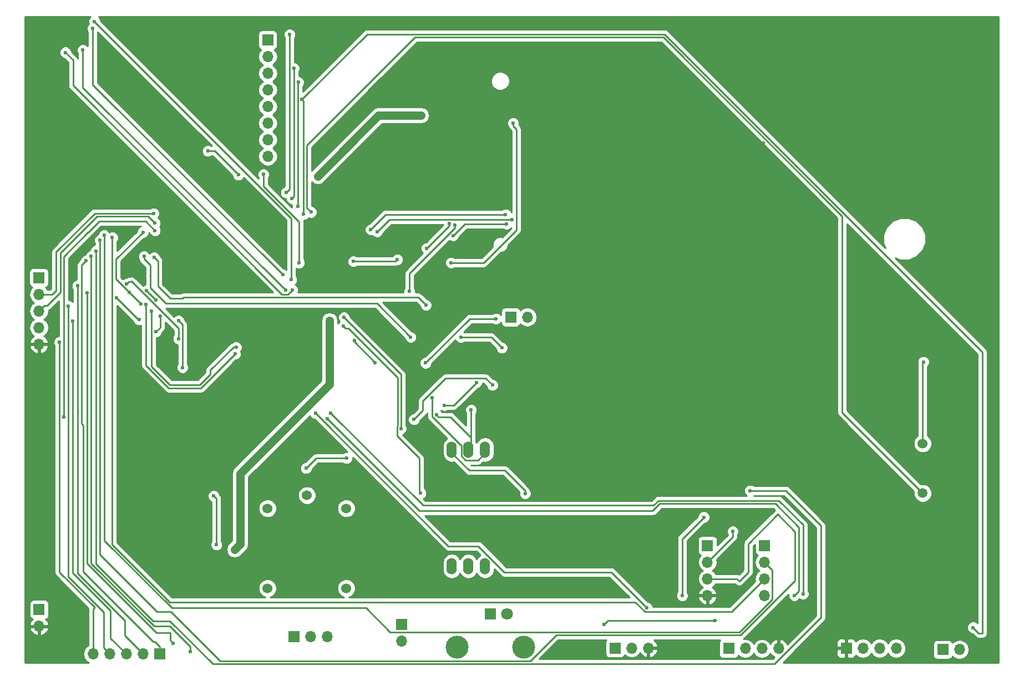
<source format=gbl>
G04 #@! TF.FileFunction,Copper,L2,Bot,Signal*
%FSLAX46Y46*%
G04 Gerber Fmt 4.6, Leading zero omitted, Abs format (unit mm)*
G04 Created by KiCad (PCBNEW 4.0.7) date 06/14/18 07:18:42*
%MOMM*%
%LPD*%
G01*
G04 APERTURE LIST*
%ADD10C,0.100000*%
%ADD11C,0.600000*%
%ADD12C,1.500000*%
%ADD13C,1.524000*%
%ADD14R,1.700000X1.700000*%
%ADD15O,1.700000X1.700000*%
%ADD16O,1.542000X2.540000*%
%ADD17O,1.524000X2.540000*%
%ADD18C,3.500000*%
%ADD19R,1.800000X1.800000*%
%ADD20C,1.800000*%
%ADD21C,0.250000*%
%ADD22C,1.300000*%
%ADD23C,0.254000*%
G04 APERTURE END LIST*
D10*
D11*
X74810000Y-87320000D03*
X75350000Y-109340000D03*
X62470000Y-123070000D03*
X78890000Y-110630000D03*
X161210000Y-52190000D03*
X182690000Y-41430000D03*
X173130000Y-90610000D03*
X192260000Y-45700000D03*
X167110000Y-60300000D03*
X145020000Y-75670000D03*
X169820000Y-79940000D03*
X166980000Y-66610000D03*
X57050000Y-81780000D03*
X71320000Y-77360000D03*
D12*
X192130000Y-101530000D03*
D13*
X192130000Y-93930000D03*
D11*
X103930000Y-68700000D03*
X112680000Y-62470000D03*
X71660000Y-86890000D03*
X117880000Y-82940000D03*
X57070000Y-31310000D03*
X138360000Y-107980000D03*
X130870000Y-97170000D03*
X110150000Y-108500000D03*
X113990000Y-73270000D03*
X159400000Y-75090000D03*
X167790000Y-48110000D03*
X140660000Y-45420000D03*
X112050000Y-37920000D03*
X55910000Y-84210000D03*
X81400000Y-80810000D03*
X72080000Y-64570000D03*
X70040000Y-81140000D03*
X59760000Y-74610000D03*
X63960000Y-64730000D03*
X70430000Y-62810000D03*
X85840000Y-54920000D03*
X73230000Y-41390000D03*
X56490000Y-48410000D03*
X84820000Y-38440000D03*
X69050000Y-55230000D03*
X57490000Y-110190000D03*
X85180000Y-96200000D03*
D14*
X145170000Y-125170000D03*
D15*
X147710000Y-125170000D03*
X150250000Y-125170000D03*
D16*
X120240000Y-94880000D03*
D17*
X122780000Y-94880000D03*
X125320000Y-94880000D03*
X120240000Y-112660000D03*
X122780000Y-112660000D03*
X125320000Y-112660000D03*
D14*
X92160000Y-32330000D03*
D15*
X92160000Y-34870000D03*
X92160000Y-37410000D03*
X92160000Y-39950000D03*
X92160000Y-42490000D03*
X92160000Y-45030000D03*
X92160000Y-47570000D03*
X92160000Y-50110000D03*
D14*
X57260000Y-119290000D03*
D15*
X57260000Y-121830000D03*
D14*
X57230000Y-68620000D03*
D15*
X57230000Y-71160000D03*
X57230000Y-73700000D03*
X57230000Y-76240000D03*
X57230000Y-78780000D03*
D14*
X129250000Y-74650000D03*
D15*
X131790000Y-74650000D03*
D14*
X180470000Y-125210000D03*
D15*
X183010000Y-125210000D03*
X185550000Y-125210000D03*
X188090000Y-125210000D03*
D14*
X167980000Y-109540000D03*
D15*
X167980000Y-112080000D03*
X167980000Y-114620000D03*
X167980000Y-117160000D03*
D14*
X159280000Y-109520000D03*
D15*
X159280000Y-112060000D03*
X159280000Y-114600000D03*
X159280000Y-117140000D03*
D18*
X131230000Y-125080000D03*
X121070000Y-125080000D03*
D19*
X126150000Y-120000000D03*
D20*
X128690000Y-120000000D03*
D14*
X162510000Y-125250000D03*
D15*
X165050000Y-125250000D03*
X167590000Y-125250000D03*
X170130000Y-125250000D03*
D14*
X195190000Y-125400000D03*
D15*
X197730000Y-125400000D03*
D14*
X96170000Y-123470000D03*
D15*
X98710000Y-123470000D03*
X101250000Y-123470000D03*
D13*
X104140000Y-116050000D03*
X104140000Y-103850000D03*
X92140000Y-116050000D03*
X92140000Y-103850000D03*
X98140000Y-101850000D03*
D14*
X112610000Y-121580000D03*
D15*
X112610000Y-124120000D03*
D11*
X85990000Y-87170000D03*
D14*
X75650000Y-126060000D03*
D15*
X73110000Y-126060000D03*
X70570000Y-126060000D03*
X68030000Y-126060000D03*
X65490000Y-126060000D03*
D11*
X98750000Y-58620000D03*
X192240000Y-81490000D03*
X61670000Y-72940000D03*
X70610000Y-69580000D03*
X78530000Y-77930000D03*
X60365010Y-78460000D03*
X96950000Y-66360000D03*
X91510000Y-52850000D03*
X121640000Y-77750000D03*
X127880000Y-79340000D03*
X124030000Y-84660000D03*
X119110000Y-88130000D03*
X104170000Y-96200000D03*
X98000000Y-97720000D03*
X70980000Y-70860000D03*
X73100000Y-61690000D03*
X84350000Y-109400000D03*
X83910000Y-101950000D03*
X87660000Y-52920000D03*
X83020000Y-49280000D03*
X72770000Y-72650000D03*
X131440000Y-101580000D03*
X126450000Y-85030000D03*
X114480000Y-90280000D03*
X155400000Y-117180000D03*
X158710000Y-105190000D03*
X87120000Y-110160000D03*
X115550000Y-43860000D03*
X99800000Y-53130000D03*
X101590000Y-75150000D03*
X117920000Y-89580000D03*
X123200000Y-88800000D03*
X117210000Y-86980000D03*
X115500000Y-101530000D03*
X103700000Y-76050000D03*
X112510000Y-91680000D03*
X103780000Y-74680000D03*
X95500000Y-31500000D03*
X94960000Y-55640000D03*
X96125000Y-36660000D03*
X95850000Y-56540000D03*
X96800000Y-38790000D03*
X96750000Y-57740000D03*
X199830000Y-122040000D03*
X97380000Y-41420000D03*
X97640000Y-58950000D03*
X74730000Y-58810000D03*
X74930000Y-60300000D03*
X127010000Y-74890000D03*
X116250000Y-81650000D03*
X105360000Y-78200000D03*
X108520000Y-81580000D03*
X172540000Y-117140000D03*
X75104443Y-72055557D03*
X73664443Y-70615557D03*
X73568978Y-72690454D03*
X87160000Y-80280000D03*
X101270000Y-90160000D03*
X74420000Y-73720000D03*
X87320000Y-79250000D03*
X101770000Y-89280000D03*
X173860000Y-116900000D03*
X67190000Y-62160000D03*
X68433737Y-62506263D03*
X163140000Y-107350000D03*
X165790000Y-101140000D03*
X65940000Y-64550000D03*
X66565000Y-62890000D03*
X80290000Y-125700000D03*
X65210000Y-65380000D03*
X73280000Y-65390000D03*
X113960000Y-77710000D03*
X116320000Y-72820000D03*
X74835000Y-65530000D03*
X79155001Y-82340000D03*
X78550000Y-75200000D03*
X99440000Y-89330000D03*
X150020000Y-119000000D03*
X94440000Y-68180000D03*
X65440000Y-30580000D03*
X95770000Y-68930000D03*
X65700000Y-29500000D03*
X75730000Y-74530000D03*
X75070000Y-76900000D03*
X72510000Y-75020000D03*
X69058737Y-71710000D03*
X64560000Y-70910000D03*
X160450000Y-121010000D03*
X143480000Y-121580000D03*
X77710000Y-124430000D03*
X61040000Y-89900000D03*
X74940000Y-61430000D03*
X63930000Y-33870000D03*
X94860000Y-70530000D03*
X61290000Y-34240000D03*
X95900000Y-70490000D03*
X120140000Y-66330000D03*
X129610000Y-45010000D03*
X119860000Y-60355000D03*
X116430000Y-64130000D03*
X120710000Y-60650000D03*
X113780000Y-70710000D03*
X128460000Y-58980000D03*
X107860000Y-61280000D03*
X129480000Y-59730000D03*
X108870000Y-61620000D03*
X128610000Y-60440000D03*
X120450000Y-62220000D03*
X105230000Y-66150000D03*
X111940000Y-65850000D03*
X64420000Y-66040000D03*
X63125000Y-69880000D03*
X62360000Y-75300000D03*
D21*
X179840000Y-59234998D02*
X179840000Y-89160000D01*
X179840000Y-89160000D02*
X179840000Y-89240000D01*
X179840000Y-89240000D02*
X192130000Y-101530000D01*
X114630000Y-31910000D02*
X152515002Y-31910000D01*
X152515002Y-31910000D02*
X179840000Y-59234998D01*
X98090010Y-48449990D02*
X114630000Y-31910000D01*
X98750000Y-58620000D02*
X98090010Y-57960010D01*
X98090010Y-57960010D02*
X98090010Y-48449990D01*
X192130000Y-93930000D02*
X192130000Y-81600000D01*
X192130000Y-81600000D02*
X192240000Y-81490000D01*
X61670000Y-114280000D02*
X67130000Y-119740000D01*
X67130000Y-119740000D02*
X67130000Y-125160000D01*
X67130000Y-125160000D02*
X68030000Y-126060000D01*
X61670000Y-72940000D02*
X61670000Y-114280000D01*
X78530000Y-76364998D02*
X71320000Y-69154998D01*
X70610000Y-69580000D02*
X70909999Y-69280001D01*
X70909999Y-69280001D02*
X71194997Y-69280001D01*
X71194997Y-69280001D02*
X71320000Y-69154998D01*
X78530000Y-77930000D02*
X78530000Y-76364998D01*
X60365010Y-113611420D02*
X65730000Y-118976410D01*
X65730000Y-118976410D02*
X65490000Y-119216410D01*
X65490000Y-119216410D02*
X65490000Y-126060000D01*
X60365010Y-78460000D02*
X60365010Y-113611420D01*
X91510000Y-52850000D02*
X91510000Y-54673590D01*
X91510000Y-54673590D02*
X96950000Y-60113590D01*
X96950000Y-60113590D02*
X96950000Y-66360000D01*
X127880000Y-79340000D02*
X126290000Y-77750000D01*
X126290000Y-77750000D02*
X121640000Y-77750000D01*
X119110000Y-88130000D02*
X120560000Y-88130000D01*
X120560000Y-88130000D02*
X124030000Y-84660000D01*
X98000000Y-97720000D02*
X99520000Y-96200000D01*
X99520000Y-96200000D02*
X104170000Y-96200000D01*
X70980000Y-70860000D02*
X68974999Y-68854999D01*
X68974999Y-68854999D02*
X68974999Y-65815001D01*
X68974999Y-65815001D02*
X73100000Y-61690000D01*
X72770000Y-72650000D02*
X70980000Y-70860000D01*
X83910000Y-101950000D02*
X84350000Y-102390000D01*
X84350000Y-102390000D02*
X84350000Y-109400000D01*
X83020000Y-49280000D02*
X84020000Y-49280000D01*
X84020000Y-49280000D02*
X87660000Y-52920000D01*
X131440000Y-101580000D02*
X131440000Y-101155736D01*
X131440000Y-101155736D02*
X128354264Y-98070000D01*
X128354264Y-98070000D02*
X122931000Y-98070000D01*
X122931000Y-98070000D02*
X120240000Y-95379000D01*
X120240000Y-95379000D02*
X120240000Y-94880000D01*
X119294998Y-83970000D02*
X125390000Y-83970000D01*
X125390000Y-83970000D02*
X126450000Y-85030000D01*
X115830000Y-88930000D02*
X115830000Y-87434998D01*
X115830000Y-87434998D02*
X119294998Y-83970000D01*
X115830000Y-88930000D02*
X114480000Y-90280000D01*
X158710000Y-105190000D02*
X155400000Y-108500000D01*
X155400000Y-108500000D02*
X155400000Y-117180000D01*
D22*
X87950000Y-98530000D02*
X101590000Y-84890000D01*
X87120000Y-110160000D02*
X87950000Y-109330000D01*
X87950000Y-109330000D02*
X87950000Y-98530000D01*
X99800000Y-53130000D02*
X109070000Y-43860000D01*
X109070000Y-43860000D02*
X115550000Y-43860000D01*
X101590000Y-84890000D02*
X101590000Y-75150000D01*
D21*
X123200000Y-88800000D02*
X123200000Y-93040000D01*
X120039999Y-89879999D02*
X123200000Y-93040000D01*
X123200000Y-93040000D02*
X123200000Y-94460000D01*
X117920000Y-89580000D02*
X118219999Y-89879999D01*
X118219999Y-89879999D02*
X120039999Y-89879999D01*
X122780000Y-94372000D02*
X122780000Y-94880000D01*
X123200000Y-94460000D02*
X122780000Y-94880000D01*
X117210000Y-86980000D02*
X117210000Y-89801008D01*
X117210000Y-89801008D02*
X121692990Y-94283998D01*
X121692990Y-94283998D02*
X121692990Y-95838254D01*
X121692990Y-95838254D02*
X122329746Y-96475010D01*
X122329746Y-96475010D02*
X124232990Y-96475010D01*
X124232990Y-96475010D02*
X125320000Y-95388000D01*
X125320000Y-95388000D02*
X125320000Y-94880000D01*
X115300000Y-96200000D02*
X115300000Y-101330000D01*
X115300000Y-101330000D02*
X115500000Y-101530000D01*
X111884999Y-92784999D02*
X115300000Y-96200000D01*
X111970000Y-83884998D02*
X111970000Y-91294998D01*
X111970000Y-91294998D02*
X111884999Y-91379999D01*
X111884999Y-91379999D02*
X111884999Y-92784999D01*
X103700000Y-76050000D02*
X103999999Y-76349999D01*
X103999999Y-76349999D02*
X104435001Y-76349999D01*
X104435001Y-76349999D02*
X111970000Y-83884998D01*
X103780000Y-74680000D02*
X112510000Y-83410000D01*
X112510000Y-83410000D02*
X112510000Y-91680000D01*
X94960000Y-55640000D02*
X95500000Y-55100000D01*
X95500000Y-55100000D02*
X95500000Y-31500000D01*
X95850000Y-56540000D02*
X96149999Y-56240001D01*
X96149999Y-56240001D02*
X96149999Y-36684999D01*
X96149999Y-36684999D02*
X96125000Y-36660000D01*
X96750000Y-57740000D02*
X96750000Y-38840000D01*
X96750000Y-38840000D02*
X96800000Y-38790000D01*
X201250000Y-122890000D02*
X200680000Y-122890000D01*
X200680000Y-122890000D02*
X199830000Y-122040000D01*
X201250000Y-80008588D02*
X201250000Y-122890000D01*
X97380000Y-41420000D02*
X107340010Y-31459990D01*
X107340010Y-31459990D02*
X152701402Y-31459990D01*
X152701402Y-31459990D02*
X201250000Y-80008588D01*
X97640000Y-58950000D02*
X97640000Y-41680000D01*
X97640000Y-41680000D02*
X97380000Y-41420000D01*
X59860000Y-64690000D02*
X59860000Y-70570000D01*
X59860000Y-70570000D02*
X59270000Y-71160000D01*
X65740000Y-58810000D02*
X59860000Y-64690000D01*
X74730000Y-58810000D02*
X65740000Y-58810000D01*
X59270000Y-71160000D02*
X57230000Y-71160000D01*
X60540000Y-70815002D02*
X58505001Y-72850001D01*
X66099990Y-59260010D02*
X60540000Y-64820000D01*
X60540000Y-64820000D02*
X60540000Y-70815002D01*
X73890010Y-59260010D02*
X66099990Y-59260010D01*
X74930000Y-60300000D02*
X73890010Y-59260010D01*
X58079999Y-72850001D02*
X57230000Y-73700000D01*
X58505001Y-72850001D02*
X58079999Y-72850001D01*
X116250000Y-81650000D02*
X123010000Y-74890000D01*
X123010000Y-74890000D02*
X127010000Y-74890000D01*
X108520000Y-81580000D02*
X105360000Y-78420000D01*
X105360000Y-78420000D02*
X105360000Y-78200000D01*
X172540000Y-117140000D02*
X172839999Y-116840001D01*
X172839999Y-116840001D02*
X172849999Y-116840001D01*
X172849999Y-116840001D02*
X173240000Y-116450000D01*
X173240000Y-116450000D02*
X173240000Y-106740000D01*
X150876410Y-104230000D02*
X115340000Y-104230000D01*
X173240000Y-106740000D02*
X169620010Y-103120010D01*
X151986400Y-103120010D02*
X150876410Y-104230000D01*
X169620010Y-103120010D02*
X151986400Y-103120010D01*
X115340000Y-104230000D02*
X101270000Y-90160000D01*
X73664443Y-70615557D02*
X75104443Y-72055557D01*
X87160000Y-80280000D02*
X81954990Y-85485010D01*
X81954990Y-85485010D02*
X77033598Y-85485010D01*
X77033598Y-85485010D02*
X73568978Y-82020390D01*
X73568978Y-82020390D02*
X73568978Y-72690454D01*
X173860000Y-116900000D02*
X173860000Y-106370000D01*
X173860000Y-106370000D02*
X170160000Y-102670000D01*
X170160000Y-102670000D02*
X151800000Y-102670000D01*
X151800000Y-102670000D02*
X151060000Y-103410000D01*
X151060000Y-103410000D02*
X115900000Y-103410000D01*
X115900000Y-103410000D02*
X101770000Y-89280000D01*
X87320000Y-79250000D02*
X86895736Y-79250000D01*
X86895736Y-79250000D02*
X83400000Y-82745736D01*
X83400000Y-82745736D02*
X83400000Y-83403590D01*
X83400000Y-83403590D02*
X81768590Y-85035000D01*
X81768590Y-85035000D02*
X77219999Y-85035001D01*
X77219999Y-85035001D02*
X74420000Y-82235002D01*
X74420000Y-82235002D02*
X74420000Y-73720000D01*
X77500000Y-119066410D02*
X107157408Y-119066410D01*
X107157408Y-119066410D02*
X110845999Y-122755001D01*
X110845999Y-122755001D02*
X164124001Y-122755001D01*
X164124001Y-122755001D02*
X169155001Y-117724001D01*
X169155001Y-117724001D02*
X169155001Y-113255001D01*
X169155001Y-113255001D02*
X168829999Y-112929999D01*
X168829999Y-112929999D02*
X167980000Y-112080000D01*
X67190000Y-62160000D02*
X67190000Y-108756410D01*
X67190000Y-108756410D02*
X77500000Y-119066410D01*
X77240000Y-118170000D02*
X148264998Y-118170000D01*
X148264998Y-118170000D02*
X149719999Y-119625001D01*
X149719999Y-119625001D02*
X162974999Y-119625001D01*
X162974999Y-119625001D02*
X167130001Y-115469999D01*
X167130001Y-115469999D02*
X167980000Y-114620000D01*
X68433737Y-109363737D02*
X77240000Y-118170000D01*
X68433737Y-62506263D02*
X68433737Y-109363737D01*
X163140000Y-107350000D02*
X163140000Y-108200000D01*
X163140000Y-108200000D02*
X159280000Y-112060000D01*
X171250000Y-101140000D02*
X165790000Y-101140000D01*
X176610000Y-106500000D02*
X171250000Y-101140000D01*
X176610000Y-120509002D02*
X176610000Y-106500000D01*
X77220000Y-121050000D02*
X83775011Y-127605011D01*
X83775011Y-127605011D02*
X169513991Y-127605011D01*
X169513991Y-127605011D02*
X176610000Y-120509002D01*
X74640000Y-121050000D02*
X77220000Y-121050000D01*
X65940000Y-64550000D02*
X65940000Y-112350000D01*
X65940000Y-112350000D02*
X74640000Y-121050000D01*
X164130000Y-114980000D02*
X163750000Y-114600000D01*
X163750000Y-114600000D02*
X159280000Y-114600000D01*
X165490000Y-113620000D02*
X164130000Y-114980000D01*
X165490000Y-109270000D02*
X165490000Y-113620000D01*
X170000000Y-104760000D02*
X165490000Y-109270000D01*
X172660000Y-107420000D02*
X170000000Y-104760000D01*
X172660000Y-114855412D02*
X172660000Y-107420000D01*
X77390000Y-119630000D02*
X84915001Y-127155001D01*
X84915001Y-127155001D02*
X132226001Y-127155001D01*
X136175992Y-123205010D02*
X164310402Y-123205010D01*
X132226001Y-127155001D02*
X136175992Y-123205010D01*
X164310402Y-123205010D02*
X172660000Y-114855412D01*
X75260000Y-119630000D02*
X77390000Y-119630000D01*
X66565000Y-62890000D02*
X66565000Y-110935000D01*
X66565000Y-110935000D02*
X75260000Y-119630000D01*
X77160000Y-121860000D02*
X80290000Y-124990000D01*
X80290000Y-124990000D02*
X80290000Y-125700000D01*
X74813590Y-121860000D02*
X77160000Y-121860000D01*
X65210000Y-65380000D02*
X65210000Y-112256410D01*
X65210000Y-112256410D02*
X74813590Y-121860000D01*
X74210000Y-66744264D02*
X74210000Y-67870000D01*
X74210000Y-67870000D02*
X74210000Y-68280000D01*
X73280000Y-65390000D02*
X73280000Y-65814264D01*
X73280000Y-65814264D02*
X74210000Y-66744264D01*
X74210000Y-70200000D02*
X76590000Y-72580000D01*
X74210000Y-68280000D02*
X74190000Y-68300000D01*
X74210000Y-68320000D02*
X74210000Y-70200000D01*
X74190000Y-68300000D02*
X74210000Y-68320000D01*
X76590000Y-72580000D02*
X108830000Y-72580000D01*
X108830000Y-72580000D02*
X113960000Y-77710000D01*
X115105010Y-71605010D02*
X116320000Y-72820000D01*
X79109999Y-71819999D02*
X79324988Y-71605010D01*
X79324988Y-71605010D02*
X115105010Y-71605010D01*
X75380000Y-69949998D02*
X75380000Y-66075000D01*
X75380000Y-66075000D02*
X74835000Y-65530000D01*
X77250001Y-71819999D02*
X75380000Y-69949998D01*
X79109999Y-71819999D02*
X77250001Y-71819999D01*
X79155001Y-82340000D02*
X79155001Y-75805001D01*
X79155001Y-75805001D02*
X78550000Y-75200000D01*
X124305264Y-109600000D02*
X119710000Y-109600000D01*
X119710000Y-109600000D02*
X99440000Y-89330000D01*
X144595001Y-113575001D02*
X128280265Y-113575001D01*
X128280265Y-113575001D02*
X124305264Y-109600000D01*
X150020000Y-119000000D02*
X144595001Y-113575001D01*
X65440000Y-30580000D02*
X65440000Y-39180000D01*
X65440000Y-39180000D02*
X94440000Y-68180000D01*
X65700000Y-29500000D02*
X95770000Y-59570000D01*
X95770000Y-59570000D02*
X95770000Y-68930000D01*
X75070000Y-76900000D02*
X75730000Y-76240000D01*
X75730000Y-76240000D02*
X75730000Y-74530000D01*
X69058737Y-71710000D02*
X72368737Y-75020000D01*
X72368737Y-75020000D02*
X72510000Y-75020000D01*
X64560000Y-70910000D02*
X64560000Y-112242820D01*
X143480000Y-121580000D02*
X144050000Y-121010000D01*
X144050000Y-121010000D02*
X160450000Y-121010000D01*
X77250000Y-122870000D02*
X77250000Y-123970000D01*
X77250000Y-123970000D02*
X77710000Y-124430000D01*
X75187180Y-122870000D02*
X77250000Y-122870000D01*
X64560000Y-112242820D02*
X75187180Y-122870000D01*
X60990010Y-89409990D02*
X60990010Y-89850010D01*
X60990010Y-89850010D02*
X61040000Y-89900000D01*
X60990010Y-72179990D02*
X60990010Y-89409990D01*
X64690000Y-61710000D02*
X60990010Y-65409990D01*
X60990010Y-65409990D02*
X60990010Y-72179990D01*
X64760000Y-61710000D02*
X64690000Y-61710000D01*
X73570000Y-60060000D02*
X74940000Y-61430000D01*
X64760000Y-61710000D02*
X66410000Y-60060000D01*
X66410000Y-60060000D02*
X73570000Y-60060000D01*
X94860000Y-70530000D02*
X63930000Y-39600000D01*
X63930000Y-39600000D02*
X63930000Y-33870000D01*
X62440000Y-39280000D02*
X62440000Y-35390000D01*
X62440000Y-35390000D02*
X61290000Y-34240000D01*
X95900000Y-70490000D02*
X95234999Y-71155001D01*
X95234999Y-71155001D02*
X94315001Y-71155001D01*
X94315001Y-71155001D02*
X62440000Y-39280000D01*
X130105001Y-61344999D02*
X125120000Y-66330000D01*
X125120000Y-66330000D02*
X120140000Y-66330000D01*
X129610000Y-45010000D02*
X129610000Y-45434264D01*
X129610000Y-45434264D02*
X130105001Y-45929265D01*
X130105001Y-45929265D02*
X130105001Y-61344999D01*
X116430000Y-64130000D02*
X119860000Y-60700000D01*
X119860000Y-60700000D02*
X119860000Y-60355000D01*
X113780000Y-70710000D02*
X113780000Y-67964998D01*
X120710000Y-61034998D02*
X120710000Y-60650000D01*
X113780000Y-67964998D02*
X120710000Y-61034998D01*
X107860000Y-61280000D02*
X110160000Y-58980000D01*
X110160000Y-58980000D02*
X128460000Y-58980000D01*
X108870000Y-61620000D02*
X110760000Y-59730000D01*
X110760000Y-59730000D02*
X129480000Y-59730000D01*
X120450000Y-62220000D02*
X122230000Y-60440000D01*
X122230000Y-60440000D02*
X128610000Y-60440000D01*
X111940000Y-65850000D02*
X111640000Y-66150000D01*
X111640000Y-66150000D02*
X105230000Y-66150000D01*
X74660000Y-124190000D02*
X74880000Y-124190000D01*
X74880000Y-124190000D02*
X75650000Y-124960000D01*
X75650000Y-124960000D02*
X75650000Y-126060000D01*
X64005001Y-113535001D02*
X74660000Y-124190000D01*
X64420000Y-66040000D02*
X63750000Y-66710000D01*
X64005001Y-91179999D02*
X64005001Y-113535001D01*
X63750000Y-66710000D02*
X63750000Y-90924998D01*
X63750000Y-90924998D02*
X64005001Y-91179999D01*
X70330000Y-120990000D02*
X70330000Y-123280000D01*
X63125000Y-113785000D02*
X70330000Y-120990000D01*
X70330000Y-123280000D02*
X73110000Y-126060000D01*
X63125000Y-89075000D02*
X63125000Y-113785000D01*
X63125000Y-89075000D02*
X63230000Y-89180000D01*
X63125000Y-69880000D02*
X63125000Y-89075000D01*
X68180000Y-123670000D02*
X70570000Y-126060000D01*
X62360000Y-113656410D02*
X68180000Y-119476410D01*
X68180000Y-119476410D02*
X68180000Y-123670000D01*
X62360000Y-75300000D02*
X62360000Y-113656410D01*
D23*
G36*
X203720000Y-127380000D02*
X170813804Y-127380000D01*
X172698054Y-125495750D01*
X178985000Y-125495750D01*
X178985000Y-126186309D01*
X179081673Y-126419698D01*
X179260301Y-126598327D01*
X179493690Y-126695000D01*
X180184250Y-126695000D01*
X180343000Y-126536250D01*
X180343000Y-125337000D01*
X179143750Y-125337000D01*
X178985000Y-125495750D01*
X172698054Y-125495750D01*
X173960113Y-124233691D01*
X178985000Y-124233691D01*
X178985000Y-124924250D01*
X179143750Y-125083000D01*
X180343000Y-125083000D01*
X180343000Y-123883750D01*
X180597000Y-123883750D01*
X180597000Y-125083000D01*
X180617000Y-125083000D01*
X180617000Y-125337000D01*
X180597000Y-125337000D01*
X180597000Y-126536250D01*
X180755750Y-126695000D01*
X181446310Y-126695000D01*
X181679699Y-126598327D01*
X181858327Y-126419698D01*
X181930597Y-126245223D01*
X181959946Y-126289147D01*
X182441715Y-126611054D01*
X183010000Y-126724093D01*
X183578285Y-126611054D01*
X184060054Y-126289147D01*
X184280000Y-125959974D01*
X184499946Y-126289147D01*
X184981715Y-126611054D01*
X185550000Y-126724093D01*
X186118285Y-126611054D01*
X186600054Y-126289147D01*
X186820000Y-125959974D01*
X187039946Y-126289147D01*
X187521715Y-126611054D01*
X188090000Y-126724093D01*
X188658285Y-126611054D01*
X189140054Y-126289147D01*
X189461961Y-125807378D01*
X189575000Y-125239093D01*
X189575000Y-125180907D01*
X189461961Y-124612622D01*
X189420119Y-124550000D01*
X193692560Y-124550000D01*
X193692560Y-126250000D01*
X193736838Y-126485317D01*
X193875910Y-126701441D01*
X194088110Y-126846431D01*
X194340000Y-126897440D01*
X196040000Y-126897440D01*
X196275317Y-126853162D01*
X196491441Y-126714090D01*
X196636431Y-126501890D01*
X196650086Y-126434459D01*
X196679946Y-126479147D01*
X197161715Y-126801054D01*
X197730000Y-126914093D01*
X198298285Y-126801054D01*
X198780054Y-126479147D01*
X199101961Y-125997378D01*
X199215000Y-125429093D01*
X199215000Y-125370907D01*
X199101961Y-124802622D01*
X198780054Y-124320853D01*
X198298285Y-123998946D01*
X197730000Y-123885907D01*
X197161715Y-123998946D01*
X196679946Y-124320853D01*
X196652150Y-124362452D01*
X196643162Y-124314683D01*
X196504090Y-124098559D01*
X196291890Y-123953569D01*
X196040000Y-123902560D01*
X194340000Y-123902560D01*
X194104683Y-123946838D01*
X193888559Y-124085910D01*
X193743569Y-124298110D01*
X193692560Y-124550000D01*
X189420119Y-124550000D01*
X189140054Y-124130853D01*
X188658285Y-123808946D01*
X188090000Y-123695907D01*
X187521715Y-123808946D01*
X187039946Y-124130853D01*
X186820000Y-124460026D01*
X186600054Y-124130853D01*
X186118285Y-123808946D01*
X185550000Y-123695907D01*
X184981715Y-123808946D01*
X184499946Y-124130853D01*
X184280000Y-124460026D01*
X184060054Y-124130853D01*
X183578285Y-123808946D01*
X183010000Y-123695907D01*
X182441715Y-123808946D01*
X181959946Y-124130853D01*
X181930597Y-124174777D01*
X181858327Y-124000302D01*
X181679699Y-123821673D01*
X181446310Y-123725000D01*
X180755750Y-123725000D01*
X180597000Y-123883750D01*
X180343000Y-123883750D01*
X180184250Y-123725000D01*
X179493690Y-123725000D01*
X179260301Y-123821673D01*
X179081673Y-124000302D01*
X178985000Y-124233691D01*
X173960113Y-124233691D01*
X177147401Y-121046403D01*
X177312148Y-120799842D01*
X177370000Y-120509002D01*
X177370000Y-106500000D01*
X177312148Y-106209161D01*
X177147401Y-105962599D01*
X171787401Y-100602599D01*
X171540839Y-100437852D01*
X171250000Y-100380000D01*
X166352463Y-100380000D01*
X166320327Y-100347808D01*
X165976799Y-100205162D01*
X165604833Y-100204838D01*
X165261057Y-100346883D01*
X164997808Y-100609673D01*
X164855162Y-100953201D01*
X164854838Y-101325167D01*
X164996883Y-101668943D01*
X165237520Y-101910000D01*
X151800000Y-101910000D01*
X151509161Y-101967852D01*
X151262599Y-102132599D01*
X150745198Y-102650000D01*
X116214802Y-102650000D01*
X115929152Y-102364350D01*
X116028943Y-102323117D01*
X116292192Y-102060327D01*
X116434838Y-101716799D01*
X116435162Y-101344833D01*
X116293117Y-101001057D01*
X116060000Y-100767533D01*
X116060000Y-96200000D01*
X116002148Y-95909161D01*
X115837401Y-95662599D01*
X112762247Y-92587445D01*
X113038943Y-92473117D01*
X113302192Y-92210327D01*
X113444838Y-91866799D01*
X113445162Y-91494833D01*
X113303117Y-91151057D01*
X113270000Y-91117882D01*
X113270000Y-90465167D01*
X113544838Y-90465167D01*
X113686883Y-90808943D01*
X113949673Y-91072192D01*
X114293201Y-91214838D01*
X114665167Y-91215162D01*
X115008943Y-91073117D01*
X115272192Y-90810327D01*
X115414838Y-90466799D01*
X115414879Y-90419923D01*
X116367401Y-89467401D01*
X116450000Y-89343783D01*
X116450000Y-89801008D01*
X116507852Y-90091847D01*
X116672599Y-90338409D01*
X119508291Y-93174101D01*
X119245808Y-93349487D01*
X118941025Y-93805626D01*
X118834000Y-94343679D01*
X118834000Y-95416321D01*
X118941025Y-95954374D01*
X119245808Y-96410513D01*
X119701947Y-96715296D01*
X120240000Y-96822321D01*
X120547378Y-96761180D01*
X122393599Y-98607401D01*
X122640161Y-98772148D01*
X122931000Y-98830000D01*
X128039462Y-98830000D01*
X130533769Y-101324307D01*
X130505162Y-101393201D01*
X130504838Y-101765167D01*
X130646883Y-102108943D01*
X130909673Y-102372192D01*
X131253201Y-102514838D01*
X131625167Y-102515162D01*
X131968943Y-102373117D01*
X132232192Y-102110327D01*
X132374838Y-101766799D01*
X132375162Y-101394833D01*
X132233117Y-101051057D01*
X132165755Y-100983578D01*
X132142148Y-100864897D01*
X131977401Y-100618335D01*
X128891665Y-97532599D01*
X128645103Y-97367852D01*
X128354264Y-97310000D01*
X123245802Y-97310000D01*
X123170812Y-97235010D01*
X124232990Y-97235010D01*
X124523829Y-97177158D01*
X124770391Y-97012411D01*
X125020129Y-96762673D01*
X125320000Y-96822321D01*
X125854609Y-96715981D01*
X126307828Y-96413149D01*
X126610660Y-95959930D01*
X126717000Y-95425321D01*
X126717000Y-94334679D01*
X126610660Y-93800070D01*
X126307828Y-93346851D01*
X125854609Y-93044019D01*
X125320000Y-92937679D01*
X124785391Y-93044019D01*
X124332172Y-93346851D01*
X124050000Y-93769150D01*
X123960000Y-93634456D01*
X123960000Y-89362463D01*
X123992192Y-89330327D01*
X124134838Y-88986799D01*
X124135162Y-88614833D01*
X123993117Y-88271057D01*
X123730327Y-88007808D01*
X123386799Y-87865162D01*
X123014833Y-87864838D01*
X122671057Y-88006883D01*
X122407808Y-88269673D01*
X122265162Y-88613201D01*
X122264838Y-88985167D01*
X122406883Y-89328943D01*
X122440000Y-89362118D01*
X122440000Y-91205198D01*
X120577400Y-89342598D01*
X120330838Y-89177851D01*
X120039999Y-89119999D01*
X118741603Y-89119999D01*
X118713117Y-89051057D01*
X118587878Y-88925599D01*
X118923201Y-89064838D01*
X119295167Y-89065162D01*
X119638943Y-88923117D01*
X119672118Y-88890000D01*
X120560000Y-88890000D01*
X120850839Y-88832148D01*
X121097401Y-88667401D01*
X124169680Y-85595122D01*
X124215167Y-85595162D01*
X124558943Y-85453117D01*
X124822192Y-85190327D01*
X124964838Y-84846799D01*
X124964940Y-84730000D01*
X125075198Y-84730000D01*
X125514878Y-85169680D01*
X125514838Y-85215167D01*
X125656883Y-85558943D01*
X125919673Y-85822192D01*
X126263201Y-85964838D01*
X126635167Y-85965162D01*
X126978943Y-85823117D01*
X127242192Y-85560327D01*
X127384838Y-85216799D01*
X127385162Y-84844833D01*
X127243117Y-84501057D01*
X126980327Y-84237808D01*
X126636799Y-84095162D01*
X126589923Y-84095121D01*
X125927401Y-83432599D01*
X125680839Y-83267852D01*
X125390000Y-83210000D01*
X119294998Y-83210000D01*
X119004159Y-83267852D01*
X118757597Y-83432599D01*
X115292599Y-86897597D01*
X115127852Y-87144159D01*
X115070000Y-87434998D01*
X115070000Y-88615198D01*
X114340320Y-89344878D01*
X114294833Y-89344838D01*
X113951057Y-89486883D01*
X113687808Y-89749673D01*
X113545162Y-90093201D01*
X113544838Y-90465167D01*
X113270000Y-90465167D01*
X113270000Y-83410000D01*
X113212148Y-83119161D01*
X113212148Y-83119160D01*
X113047401Y-82872599D01*
X112009969Y-81835167D01*
X115314838Y-81835167D01*
X115456883Y-82178943D01*
X115719673Y-82442192D01*
X116063201Y-82584838D01*
X116435167Y-82585162D01*
X116778943Y-82443117D01*
X117042192Y-82180327D01*
X117184838Y-81836799D01*
X117184879Y-81789923D01*
X120802726Y-78172076D01*
X120846883Y-78278943D01*
X121109673Y-78542192D01*
X121453201Y-78684838D01*
X121825167Y-78685162D01*
X122168943Y-78543117D01*
X122202118Y-78510000D01*
X125975198Y-78510000D01*
X126944878Y-79479680D01*
X126944838Y-79525167D01*
X127086883Y-79868943D01*
X127349673Y-80132192D01*
X127693201Y-80274838D01*
X128065167Y-80275162D01*
X128408943Y-80133117D01*
X128672192Y-79870327D01*
X128814838Y-79526799D01*
X128815162Y-79154833D01*
X128673117Y-78811057D01*
X128410327Y-78547808D01*
X128066799Y-78405162D01*
X128019923Y-78405121D01*
X126827401Y-77212599D01*
X126580839Y-77047852D01*
X126290000Y-76990000D01*
X122202463Y-76990000D01*
X122170327Y-76957808D01*
X122061983Y-76912819D01*
X123324802Y-75650000D01*
X126447537Y-75650000D01*
X126479673Y-75682192D01*
X126823201Y-75824838D01*
X127195167Y-75825162D01*
X127538943Y-75683117D01*
X127752560Y-75469872D01*
X127752560Y-75500000D01*
X127796838Y-75735317D01*
X127935910Y-75951441D01*
X128148110Y-76096431D01*
X128400000Y-76147440D01*
X130100000Y-76147440D01*
X130335317Y-76103162D01*
X130551441Y-75964090D01*
X130696431Y-75751890D01*
X130710086Y-75684459D01*
X130739946Y-75729147D01*
X131221715Y-76051054D01*
X131790000Y-76164093D01*
X132358285Y-76051054D01*
X132840054Y-75729147D01*
X133161961Y-75247378D01*
X133275000Y-74679093D01*
X133275000Y-74620907D01*
X133161961Y-74052622D01*
X132840054Y-73570853D01*
X132358285Y-73248946D01*
X131790000Y-73135907D01*
X131221715Y-73248946D01*
X130739946Y-73570853D01*
X130712150Y-73612452D01*
X130703162Y-73564683D01*
X130564090Y-73348559D01*
X130351890Y-73203569D01*
X130100000Y-73152560D01*
X128400000Y-73152560D01*
X128164683Y-73196838D01*
X127948559Y-73335910D01*
X127803569Y-73548110D01*
X127752560Y-73800000D01*
X127752560Y-74310412D01*
X127540327Y-74097808D01*
X127196799Y-73955162D01*
X126824833Y-73954838D01*
X126481057Y-74096883D01*
X126447882Y-74130000D01*
X123010000Y-74130000D01*
X122719161Y-74187852D01*
X122472599Y-74352599D01*
X116110320Y-80714878D01*
X116064833Y-80714838D01*
X115721057Y-80856883D01*
X115457808Y-81119673D01*
X115315162Y-81463201D01*
X115314838Y-81835167D01*
X112009969Y-81835167D01*
X104715122Y-74540320D01*
X104715162Y-74494833D01*
X104573117Y-74151057D01*
X104310327Y-73887808D01*
X103966799Y-73745162D01*
X103594833Y-73744838D01*
X103251057Y-73886883D01*
X102987808Y-74149673D01*
X102845162Y-74493201D01*
X102844838Y-74865167D01*
X102986883Y-75208943D01*
X103102779Y-75325042D01*
X102907808Y-75519673D01*
X102875000Y-75598683D01*
X102875000Y-75150000D01*
X102777185Y-74658252D01*
X102498632Y-74241368D01*
X102081748Y-73962815D01*
X101590000Y-73865000D01*
X101098252Y-73962815D01*
X100681368Y-74241368D01*
X100402815Y-74658252D01*
X100305000Y-75150000D01*
X100305000Y-84357736D01*
X87041368Y-97621368D01*
X86762815Y-98038252D01*
X86665000Y-98530000D01*
X86665000Y-108797736D01*
X86211368Y-109251368D01*
X85932815Y-109668252D01*
X85835000Y-110160000D01*
X85932815Y-110651748D01*
X86211368Y-111068632D01*
X86628252Y-111347185D01*
X87120000Y-111445000D01*
X87611748Y-111347185D01*
X88028632Y-111068632D01*
X88858632Y-110238632D01*
X89137185Y-109821748D01*
X89235000Y-109330000D01*
X89235000Y-104126661D01*
X90742758Y-104126661D01*
X90954990Y-104640303D01*
X91347630Y-105033629D01*
X91860900Y-105246757D01*
X92416661Y-105247242D01*
X92930303Y-105035010D01*
X93323629Y-104642370D01*
X93536757Y-104129100D01*
X93536759Y-104126661D01*
X102742758Y-104126661D01*
X102954990Y-104640303D01*
X103347630Y-105033629D01*
X103860900Y-105246757D01*
X104416661Y-105247242D01*
X104930303Y-105035010D01*
X105323629Y-104642370D01*
X105536757Y-104129100D01*
X105537242Y-103573339D01*
X105325010Y-103059697D01*
X104932370Y-102666371D01*
X104419100Y-102453243D01*
X103863339Y-102452758D01*
X103349697Y-102664990D01*
X102956371Y-103057630D01*
X102743243Y-103570900D01*
X102742758Y-104126661D01*
X93536759Y-104126661D01*
X93537242Y-103573339D01*
X93325010Y-103059697D01*
X92932370Y-102666371D01*
X92419100Y-102453243D01*
X91863339Y-102452758D01*
X91349697Y-102664990D01*
X90956371Y-103057630D01*
X90743243Y-103570900D01*
X90742758Y-104126661D01*
X89235000Y-104126661D01*
X89235000Y-102126661D01*
X96742758Y-102126661D01*
X96954990Y-102640303D01*
X97347630Y-103033629D01*
X97860900Y-103246757D01*
X98416661Y-103247242D01*
X98930303Y-103035010D01*
X99323629Y-102642370D01*
X99536757Y-102129100D01*
X99537242Y-101573339D01*
X99325010Y-101059697D01*
X98932370Y-100666371D01*
X98419100Y-100453243D01*
X97863339Y-100452758D01*
X97349697Y-100664990D01*
X96956371Y-101057630D01*
X96743243Y-101570900D01*
X96742758Y-102126661D01*
X89235000Y-102126661D01*
X89235000Y-99062264D01*
X98585903Y-89711361D01*
X98646883Y-89858943D01*
X98909673Y-90122192D01*
X99253201Y-90264838D01*
X99300077Y-90264879D01*
X104300311Y-95265113D01*
X103984833Y-95264838D01*
X103641057Y-95406883D01*
X103607882Y-95440000D01*
X99520000Y-95440000D01*
X99229161Y-95497852D01*
X98982599Y-95662599D01*
X97860320Y-96784878D01*
X97814833Y-96784838D01*
X97471057Y-96926883D01*
X97207808Y-97189673D01*
X97065162Y-97533201D01*
X97064838Y-97905167D01*
X97206883Y-98248943D01*
X97469673Y-98512192D01*
X97813201Y-98654838D01*
X98185167Y-98655162D01*
X98528943Y-98513117D01*
X98792192Y-98250327D01*
X98934838Y-97906799D01*
X98934879Y-97859923D01*
X99834802Y-96960000D01*
X103607537Y-96960000D01*
X103639673Y-96992192D01*
X103983201Y-97134838D01*
X104355167Y-97135162D01*
X104698943Y-96993117D01*
X104962192Y-96730327D01*
X105104838Y-96386799D01*
X105105114Y-96069916D01*
X119172599Y-110137401D01*
X119419161Y-110302148D01*
X119710000Y-110360000D01*
X123990462Y-110360000D01*
X124587025Y-110956563D01*
X124332172Y-111126851D01*
X124050000Y-111549150D01*
X123767828Y-111126851D01*
X123314609Y-110824019D01*
X122780000Y-110717679D01*
X122245391Y-110824019D01*
X121792172Y-111126851D01*
X121510000Y-111549150D01*
X121227828Y-111126851D01*
X120774609Y-110824019D01*
X120240000Y-110717679D01*
X119705391Y-110824019D01*
X119252172Y-111126851D01*
X118949340Y-111580070D01*
X118843000Y-112114679D01*
X118843000Y-113205321D01*
X118949340Y-113739930D01*
X119252172Y-114193149D01*
X119705391Y-114495981D01*
X120240000Y-114602321D01*
X120774609Y-114495981D01*
X121227828Y-114193149D01*
X121510000Y-113770850D01*
X121792172Y-114193149D01*
X122245391Y-114495981D01*
X122780000Y-114602321D01*
X123314609Y-114495981D01*
X123767828Y-114193149D01*
X124050000Y-113770850D01*
X124332172Y-114193149D01*
X124785391Y-114495981D01*
X125320000Y-114602321D01*
X125854609Y-114495981D01*
X126307828Y-114193149D01*
X126610660Y-113739930D01*
X126717000Y-113205321D01*
X126717000Y-113086538D01*
X127742864Y-114112402D01*
X127989425Y-114277149D01*
X128280265Y-114335001D01*
X144280199Y-114335001D01*
X147355198Y-117410000D01*
X104506794Y-117410000D01*
X104930303Y-117235010D01*
X105323629Y-116842370D01*
X105536757Y-116329100D01*
X105537242Y-115773339D01*
X105325010Y-115259697D01*
X104932370Y-114866371D01*
X104419100Y-114653243D01*
X103863339Y-114652758D01*
X103349697Y-114864990D01*
X102956371Y-115257630D01*
X102743243Y-115770900D01*
X102742758Y-116326661D01*
X102954990Y-116840303D01*
X103347630Y-117233629D01*
X103772379Y-117410000D01*
X92506794Y-117410000D01*
X92930303Y-117235010D01*
X93323629Y-116842370D01*
X93536757Y-116329100D01*
X93537242Y-115773339D01*
X93325010Y-115259697D01*
X92932370Y-114866371D01*
X92419100Y-114653243D01*
X91863339Y-114652758D01*
X91349697Y-114864990D01*
X90956371Y-115257630D01*
X90743243Y-115770900D01*
X90742758Y-116326661D01*
X90954990Y-116840303D01*
X91347630Y-117233629D01*
X91772379Y-117410000D01*
X77554802Y-117410000D01*
X69193737Y-109048935D01*
X69193737Y-102135167D01*
X82974838Y-102135167D01*
X83116883Y-102478943D01*
X83379673Y-102742192D01*
X83590000Y-102829528D01*
X83590000Y-108837537D01*
X83557808Y-108869673D01*
X83415162Y-109213201D01*
X83414838Y-109585167D01*
X83556883Y-109928943D01*
X83819673Y-110192192D01*
X84163201Y-110334838D01*
X84535167Y-110335162D01*
X84878943Y-110193117D01*
X85142192Y-109930327D01*
X85284838Y-109586799D01*
X85285162Y-109214833D01*
X85143117Y-108871057D01*
X85110000Y-108837882D01*
X85110000Y-102390000D01*
X85052148Y-102099161D01*
X84887401Y-101852599D01*
X84845122Y-101810320D01*
X84845162Y-101764833D01*
X84703117Y-101421057D01*
X84440327Y-101157808D01*
X84096799Y-101015162D01*
X83724833Y-101014838D01*
X83381057Y-101156883D01*
X83117808Y-101419673D01*
X82975162Y-101763201D01*
X82974838Y-102135167D01*
X69193737Y-102135167D01*
X69193737Y-72919802D01*
X71642249Y-75368314D01*
X71716883Y-75548943D01*
X71979673Y-75812192D01*
X72323201Y-75954838D01*
X72695167Y-75955162D01*
X72808978Y-75908136D01*
X72808978Y-82020390D01*
X72866830Y-82311229D01*
X73031577Y-82557791D01*
X76496197Y-86022411D01*
X76742759Y-86187158D01*
X77033598Y-86245010D01*
X81954990Y-86245010D01*
X82245829Y-86187158D01*
X82492391Y-86022411D01*
X87299680Y-81215122D01*
X87345167Y-81215162D01*
X87688943Y-81073117D01*
X87952192Y-80810327D01*
X88094838Y-80466799D01*
X88095162Y-80094833D01*
X88008133Y-79884205D01*
X88112192Y-79780327D01*
X88254838Y-79436799D01*
X88255162Y-79064833D01*
X88113117Y-78721057D01*
X87850327Y-78457808D01*
X87506799Y-78315162D01*
X87134833Y-78314838D01*
X86791057Y-78456883D01*
X86723578Y-78524245D01*
X86604896Y-78547852D01*
X86358335Y-78712599D01*
X82862599Y-82208335D01*
X82697852Y-82454897D01*
X82640000Y-82745736D01*
X82640000Y-83088788D01*
X81453788Y-84275000D01*
X77534801Y-84275001D01*
X75180000Y-81920200D01*
X75180000Y-77835097D01*
X75255167Y-77835162D01*
X75598943Y-77693117D01*
X75862192Y-77430327D01*
X76004838Y-77086799D01*
X76004879Y-77039923D01*
X76267401Y-76777401D01*
X76432148Y-76530839D01*
X76490000Y-76240000D01*
X76490000Y-75399800D01*
X77770000Y-76679800D01*
X77770000Y-77367537D01*
X77737808Y-77399673D01*
X77595162Y-77743201D01*
X77594838Y-78115167D01*
X77736883Y-78458943D01*
X77999673Y-78722192D01*
X78343201Y-78864838D01*
X78395001Y-78864883D01*
X78395001Y-81777537D01*
X78362809Y-81809673D01*
X78220163Y-82153201D01*
X78219839Y-82525167D01*
X78361884Y-82868943D01*
X78624674Y-83132192D01*
X78968202Y-83274838D01*
X79340168Y-83275162D01*
X79683944Y-83133117D01*
X79947193Y-82870327D01*
X80089839Y-82526799D01*
X80090163Y-82154833D01*
X79948118Y-81811057D01*
X79915001Y-81777882D01*
X79915001Y-75805001D01*
X79857149Y-75514162D01*
X79692402Y-75267600D01*
X79485122Y-75060320D01*
X79485162Y-75014833D01*
X79343117Y-74671057D01*
X79080327Y-74407808D01*
X78736799Y-74265162D01*
X78364833Y-74264838D01*
X78021057Y-74406883D01*
X77833709Y-74593905D01*
X76577272Y-73337468D01*
X76590000Y-73340000D01*
X108515198Y-73340000D01*
X113024878Y-77849680D01*
X113024838Y-77895167D01*
X113166883Y-78238943D01*
X113429673Y-78502192D01*
X113773201Y-78644838D01*
X114145167Y-78645162D01*
X114488943Y-78503117D01*
X114752192Y-78240327D01*
X114894838Y-77896799D01*
X114895162Y-77524833D01*
X114753117Y-77181057D01*
X114490327Y-76917808D01*
X114146799Y-76775162D01*
X114099923Y-76775121D01*
X109689812Y-72365010D01*
X114790208Y-72365010D01*
X115384878Y-72959680D01*
X115384838Y-73005167D01*
X115526883Y-73348943D01*
X115789673Y-73612192D01*
X116133201Y-73754838D01*
X116505167Y-73755162D01*
X116848943Y-73613117D01*
X117112192Y-73350327D01*
X117254838Y-73006799D01*
X117255162Y-72634833D01*
X117113117Y-72291057D01*
X116850327Y-72027808D01*
X116506799Y-71885162D01*
X116459923Y-71885121D01*
X115642411Y-71067609D01*
X115395849Y-70902862D01*
X115105010Y-70845010D01*
X114714883Y-70845010D01*
X114715162Y-70524833D01*
X114573117Y-70181057D01*
X114540000Y-70147882D01*
X114540000Y-68279800D01*
X119863689Y-62956111D01*
X119919673Y-63012192D01*
X120263201Y-63154838D01*
X120635167Y-63155162D01*
X120978943Y-63013117D01*
X121242192Y-62750327D01*
X121384838Y-62406799D01*
X121384879Y-62359923D01*
X122544802Y-61200000D01*
X128047537Y-61200000D01*
X128079673Y-61232192D01*
X128423201Y-61374838D01*
X128795167Y-61375162D01*
X129138943Y-61233117D01*
X129345001Y-61027418D01*
X129345001Y-61030197D01*
X127938501Y-62436697D01*
X127886745Y-62415206D01*
X127415323Y-62414794D01*
X126979628Y-62594820D01*
X126645991Y-62927875D01*
X126465206Y-63363255D01*
X126464794Y-63834677D01*
X126486935Y-63888263D01*
X124805198Y-65570000D01*
X120702463Y-65570000D01*
X120670327Y-65537808D01*
X120326799Y-65395162D01*
X119954833Y-65394838D01*
X119611057Y-65536883D01*
X119347808Y-65799673D01*
X119205162Y-66143201D01*
X119204838Y-66515167D01*
X119346883Y-66858943D01*
X119609673Y-67122192D01*
X119953201Y-67264838D01*
X120325167Y-67265162D01*
X120668943Y-67123117D01*
X120702118Y-67090000D01*
X125120000Y-67090000D01*
X125410839Y-67032148D01*
X125657401Y-66867401D01*
X127739723Y-64785079D01*
X127884677Y-64785206D01*
X128320372Y-64605180D01*
X128654009Y-64272125D01*
X128834794Y-63836745D01*
X128834922Y-63689880D01*
X130642402Y-61882400D01*
X130807149Y-61635838D01*
X130865001Y-61344999D01*
X130865001Y-45929265D01*
X130807149Y-45638426D01*
X130642402Y-45391864D01*
X130516231Y-45265693D01*
X130544838Y-45196799D01*
X130545162Y-44824833D01*
X130403117Y-44481057D01*
X130140327Y-44217808D01*
X129796799Y-44075162D01*
X129424833Y-44074838D01*
X129081057Y-44216883D01*
X128817808Y-44479673D01*
X128675162Y-44823201D01*
X128674838Y-45195167D01*
X128816883Y-45538943D01*
X128884245Y-45606422D01*
X128907852Y-45725103D01*
X129072599Y-45971665D01*
X129345001Y-46244067D01*
X129345001Y-58673434D01*
X129253117Y-58451057D01*
X128990327Y-58187808D01*
X128646799Y-58045162D01*
X128274833Y-58044838D01*
X127931057Y-58186883D01*
X127897882Y-58220000D01*
X110160000Y-58220000D01*
X109869160Y-58277852D01*
X109622599Y-58442599D01*
X107720320Y-60344878D01*
X107674833Y-60344838D01*
X107331057Y-60486883D01*
X107067808Y-60749673D01*
X106925162Y-61093201D01*
X106924838Y-61465167D01*
X107066883Y-61808943D01*
X107329673Y-62072192D01*
X107673201Y-62214838D01*
X108045167Y-62215162D01*
X108114421Y-62186547D01*
X108339673Y-62412192D01*
X108683201Y-62554838D01*
X109055167Y-62555162D01*
X109398943Y-62413117D01*
X109662192Y-62150327D01*
X109804838Y-61806799D01*
X109804879Y-61759923D01*
X111074802Y-60490000D01*
X118924882Y-60490000D01*
X118924838Y-60540167D01*
X118930742Y-60554456D01*
X116290320Y-63194878D01*
X116244833Y-63194838D01*
X115901057Y-63336883D01*
X115637808Y-63599673D01*
X115495162Y-63943201D01*
X115494838Y-64315167D01*
X115636883Y-64658943D01*
X115823905Y-64846291D01*
X113242599Y-67427597D01*
X113077852Y-67674159D01*
X113020000Y-67964998D01*
X113020000Y-70147537D01*
X112987808Y-70179673D01*
X112845162Y-70523201D01*
X112844882Y-70845010D01*
X96764990Y-70845010D01*
X96834838Y-70676799D01*
X96835162Y-70304833D01*
X96693117Y-69961057D01*
X96430327Y-69697808D01*
X96355445Y-69666714D01*
X96562192Y-69460327D01*
X96704838Y-69116799D01*
X96705162Y-68744833D01*
X96563117Y-68401057D01*
X96530000Y-68367882D01*
X96530000Y-67198004D01*
X96763201Y-67294838D01*
X97135167Y-67295162D01*
X97478943Y-67153117D01*
X97742192Y-66890327D01*
X97884838Y-66546799D01*
X97885022Y-66335167D01*
X104294838Y-66335167D01*
X104436883Y-66678943D01*
X104699673Y-66942192D01*
X105043201Y-67084838D01*
X105415167Y-67085162D01*
X105758943Y-66943117D01*
X105792118Y-66910000D01*
X111640000Y-66910000D01*
X111930839Y-66852148D01*
X112031213Y-66785080D01*
X112125167Y-66785162D01*
X112468943Y-66643117D01*
X112732192Y-66380327D01*
X112874838Y-66036799D01*
X112875162Y-65664833D01*
X112733117Y-65321057D01*
X112470327Y-65057808D01*
X112126799Y-64915162D01*
X111754833Y-64914838D01*
X111411057Y-65056883D01*
X111147808Y-65319673D01*
X111118606Y-65390000D01*
X105792463Y-65390000D01*
X105760327Y-65357808D01*
X105416799Y-65215162D01*
X105044833Y-65214838D01*
X104701057Y-65356883D01*
X104437808Y-65619673D01*
X104295162Y-65963201D01*
X104294838Y-66335167D01*
X97885022Y-66335167D01*
X97885162Y-66174833D01*
X97743117Y-65831057D01*
X97710000Y-65797882D01*
X97710000Y-60113590D01*
X97664535Y-59885022D01*
X97825167Y-59885162D01*
X98168943Y-59743117D01*
X98417964Y-59494530D01*
X98563201Y-59554838D01*
X98935167Y-59555162D01*
X99278943Y-59413117D01*
X99542192Y-59150327D01*
X99684838Y-58806799D01*
X99685162Y-58434833D01*
X99543117Y-58091057D01*
X99280327Y-57827808D01*
X98936799Y-57685162D01*
X98889923Y-57685121D01*
X98850010Y-57645208D01*
X98850010Y-53976735D01*
X98891368Y-54038632D01*
X99308252Y-54317185D01*
X99800000Y-54415000D01*
X100291748Y-54317185D01*
X100708632Y-54038632D01*
X109602264Y-45145000D01*
X115550000Y-45145000D01*
X116041748Y-45047185D01*
X116458632Y-44768632D01*
X116737185Y-44351748D01*
X116835000Y-43860000D01*
X116737185Y-43368252D01*
X116458632Y-42951368D01*
X116041748Y-42672815D01*
X115550000Y-42575000D01*
X109070000Y-42575000D01*
X108578252Y-42672815D01*
X108161368Y-42951368D01*
X98891368Y-52221368D01*
X98850010Y-52283265D01*
X98850010Y-48764792D01*
X108730615Y-38884187D01*
X126214752Y-38884187D01*
X126432757Y-39411800D01*
X126836077Y-39815824D01*
X127363309Y-40034750D01*
X127934187Y-40035248D01*
X128461800Y-39817243D01*
X128865824Y-39413923D01*
X129084750Y-38886691D01*
X129085248Y-38315813D01*
X128867243Y-37788200D01*
X128463923Y-37384176D01*
X127936691Y-37165250D01*
X127365813Y-37164752D01*
X126838200Y-37382757D01*
X126434176Y-37786077D01*
X126215250Y-38313309D01*
X126214752Y-38884187D01*
X108730615Y-38884187D01*
X114944802Y-32670000D01*
X152200200Y-32670000D01*
X179080000Y-59549800D01*
X179080000Y-89240000D01*
X179137852Y-89530839D01*
X179302599Y-89777401D01*
X190754998Y-101229800D01*
X190745241Y-101253298D01*
X190744760Y-101804285D01*
X190955169Y-102313515D01*
X191344436Y-102703461D01*
X191853298Y-102914759D01*
X192404285Y-102915240D01*
X192913515Y-102704831D01*
X193303461Y-102315564D01*
X193514759Y-101806702D01*
X193515240Y-101255715D01*
X193304831Y-100746485D01*
X192915564Y-100356539D01*
X192406702Y-100145241D01*
X191855715Y-100144760D01*
X191830132Y-100155330D01*
X185881463Y-94206661D01*
X190732758Y-94206661D01*
X190944990Y-94720303D01*
X191337630Y-95113629D01*
X191850900Y-95326757D01*
X192406661Y-95327242D01*
X192920303Y-95115010D01*
X193313629Y-94722370D01*
X193526757Y-94209100D01*
X193527242Y-93653339D01*
X193315010Y-93139697D01*
X192922370Y-92746371D01*
X192890000Y-92732930D01*
X192890000Y-82162271D01*
X193032192Y-82020327D01*
X193174838Y-81676799D01*
X193175162Y-81304833D01*
X193033117Y-80961057D01*
X192770327Y-80697808D01*
X192426799Y-80555162D01*
X192054833Y-80554838D01*
X191711057Y-80696883D01*
X191447808Y-80959673D01*
X191305162Y-81303201D01*
X191304838Y-81675167D01*
X191370000Y-81832871D01*
X191370000Y-92732469D01*
X191339697Y-92744990D01*
X190946371Y-93137630D01*
X190733243Y-93650900D01*
X190732758Y-94206661D01*
X185881463Y-94206661D01*
X180600000Y-88925198D01*
X180600000Y-60433390D01*
X200490000Y-80323390D01*
X200490000Y-121377707D01*
X200360327Y-121247808D01*
X200016799Y-121105162D01*
X199644833Y-121104838D01*
X199301057Y-121246883D01*
X199037808Y-121509673D01*
X198895162Y-121853201D01*
X198894838Y-122225167D01*
X199036883Y-122568943D01*
X199299673Y-122832192D01*
X199643201Y-122974838D01*
X199690077Y-122974879D01*
X200142599Y-123427401D01*
X200389161Y-123592148D01*
X200680000Y-123650000D01*
X201250000Y-123650000D01*
X201540839Y-123592148D01*
X201787401Y-123427401D01*
X201952148Y-123180839D01*
X202010000Y-122890000D01*
X202010000Y-80008588D01*
X201952148Y-79717749D01*
X201787401Y-79471187D01*
X187921237Y-65605023D01*
X188695294Y-65926439D01*
X189979074Y-65927559D01*
X191165561Y-65437313D01*
X192074123Y-64530336D01*
X192566439Y-63344706D01*
X192567559Y-62060926D01*
X192077313Y-60874439D01*
X191170336Y-59965877D01*
X189984706Y-59473561D01*
X188700926Y-59472441D01*
X187514439Y-59962687D01*
X186605877Y-60869664D01*
X186113561Y-62055294D01*
X186112441Y-63339074D01*
X186434337Y-64118123D01*
X153238803Y-30922589D01*
X152992241Y-30757842D01*
X152701402Y-30699990D01*
X107340010Y-30699990D01*
X107049170Y-30757842D01*
X106802609Y-30922589D01*
X97510000Y-40215198D01*
X97510000Y-39402376D01*
X97592192Y-39320327D01*
X97734838Y-38976799D01*
X97735162Y-38604833D01*
X97593117Y-38261057D01*
X97330327Y-37997808D01*
X96986799Y-37855162D01*
X96909999Y-37855095D01*
X96909999Y-37197507D01*
X96917192Y-37190327D01*
X97059838Y-36846799D01*
X97060162Y-36474833D01*
X96918117Y-36131057D01*
X96655327Y-35867808D01*
X96311799Y-35725162D01*
X96260000Y-35725117D01*
X96260000Y-32062463D01*
X96292192Y-32030327D01*
X96434838Y-31686799D01*
X96435162Y-31314833D01*
X96293117Y-30971057D01*
X96030327Y-30707808D01*
X95686799Y-30565162D01*
X95314833Y-30564838D01*
X94971057Y-30706883D01*
X94707808Y-30969673D01*
X94565162Y-31313201D01*
X94564838Y-31685167D01*
X94706883Y-32028943D01*
X94740000Y-32062118D01*
X94740000Y-54719231D01*
X94431057Y-54846883D01*
X94167808Y-55109673D01*
X94025162Y-55453201D01*
X94024838Y-55825167D01*
X94166883Y-56168943D01*
X94429673Y-56432192D01*
X94773201Y-56574838D01*
X94914969Y-56574961D01*
X94914838Y-56725167D01*
X95056883Y-57068943D01*
X95319673Y-57332192D01*
X95663201Y-57474838D01*
X95847635Y-57474999D01*
X95815162Y-57553201D01*
X95814857Y-57903645D01*
X92270000Y-54358788D01*
X92270000Y-53412463D01*
X92302192Y-53380327D01*
X92444838Y-53036799D01*
X92445162Y-52664833D01*
X92303117Y-52321057D01*
X92040327Y-52057808D01*
X91696799Y-51915162D01*
X91324833Y-51914838D01*
X90981057Y-52056883D01*
X90717808Y-52319673D01*
X90575162Y-52663201D01*
X90574838Y-53035167D01*
X90716883Y-53378943D01*
X90750000Y-53412118D01*
X90750000Y-53475198D01*
X72144802Y-34870000D01*
X90645907Y-34870000D01*
X90758946Y-35438285D01*
X91080853Y-35920054D01*
X91410026Y-36140000D01*
X91080853Y-36359946D01*
X90758946Y-36841715D01*
X90645907Y-37410000D01*
X90758946Y-37978285D01*
X91080853Y-38460054D01*
X91410026Y-38680000D01*
X91080853Y-38899946D01*
X90758946Y-39381715D01*
X90645907Y-39950000D01*
X90758946Y-40518285D01*
X91080853Y-41000054D01*
X91410026Y-41220000D01*
X91080853Y-41439946D01*
X90758946Y-41921715D01*
X90645907Y-42490000D01*
X90758946Y-43058285D01*
X91080853Y-43540054D01*
X91410026Y-43760000D01*
X91080853Y-43979946D01*
X90758946Y-44461715D01*
X90645907Y-45030000D01*
X90758946Y-45598285D01*
X91080853Y-46080054D01*
X91410026Y-46300000D01*
X91080853Y-46519946D01*
X90758946Y-47001715D01*
X90645907Y-47570000D01*
X90758946Y-48138285D01*
X91080853Y-48620054D01*
X91410026Y-48840000D01*
X91080853Y-49059946D01*
X90758946Y-49541715D01*
X90645907Y-50110000D01*
X90758946Y-50678285D01*
X91080853Y-51160054D01*
X91562622Y-51481961D01*
X92130907Y-51595000D01*
X92189093Y-51595000D01*
X92757378Y-51481961D01*
X93239147Y-51160054D01*
X93561054Y-50678285D01*
X93674093Y-50110000D01*
X93561054Y-49541715D01*
X93239147Y-49059946D01*
X92909974Y-48840000D01*
X93239147Y-48620054D01*
X93561054Y-48138285D01*
X93674093Y-47570000D01*
X93561054Y-47001715D01*
X93239147Y-46519946D01*
X92909974Y-46300000D01*
X93239147Y-46080054D01*
X93561054Y-45598285D01*
X93674093Y-45030000D01*
X93561054Y-44461715D01*
X93239147Y-43979946D01*
X92909974Y-43760000D01*
X93239147Y-43540054D01*
X93561054Y-43058285D01*
X93674093Y-42490000D01*
X93561054Y-41921715D01*
X93239147Y-41439946D01*
X92909974Y-41220000D01*
X93239147Y-41000054D01*
X93561054Y-40518285D01*
X93674093Y-39950000D01*
X93561054Y-39381715D01*
X93239147Y-38899946D01*
X92909974Y-38680000D01*
X93239147Y-38460054D01*
X93561054Y-37978285D01*
X93674093Y-37410000D01*
X93561054Y-36841715D01*
X93239147Y-36359946D01*
X92909974Y-36140000D01*
X93239147Y-35920054D01*
X93561054Y-35438285D01*
X93674093Y-34870000D01*
X93561054Y-34301715D01*
X93239147Y-33819946D01*
X93197548Y-33792150D01*
X93245317Y-33783162D01*
X93461441Y-33644090D01*
X93606431Y-33431890D01*
X93657440Y-33180000D01*
X93657440Y-31480000D01*
X93613162Y-31244683D01*
X93474090Y-31028559D01*
X93261890Y-30883569D01*
X93010000Y-30832560D01*
X91310000Y-30832560D01*
X91074683Y-30876838D01*
X90858559Y-31015910D01*
X90713569Y-31228110D01*
X90662560Y-31480000D01*
X90662560Y-33180000D01*
X90706838Y-33415317D01*
X90845910Y-33631441D01*
X91058110Y-33776431D01*
X91125541Y-33790086D01*
X91080853Y-33819946D01*
X90758946Y-34301715D01*
X90645907Y-34870000D01*
X72144802Y-34870000D01*
X66635122Y-29360320D01*
X66635162Y-29314833D01*
X66493117Y-28971057D01*
X66322358Y-28800000D01*
X203720000Y-28800000D01*
X203720000Y-127380000D01*
X203720000Y-127380000D01*
G37*
X203720000Y-127380000D02*
X170813804Y-127380000D01*
X172698054Y-125495750D01*
X178985000Y-125495750D01*
X178985000Y-126186309D01*
X179081673Y-126419698D01*
X179260301Y-126598327D01*
X179493690Y-126695000D01*
X180184250Y-126695000D01*
X180343000Y-126536250D01*
X180343000Y-125337000D01*
X179143750Y-125337000D01*
X178985000Y-125495750D01*
X172698054Y-125495750D01*
X173960113Y-124233691D01*
X178985000Y-124233691D01*
X178985000Y-124924250D01*
X179143750Y-125083000D01*
X180343000Y-125083000D01*
X180343000Y-123883750D01*
X180597000Y-123883750D01*
X180597000Y-125083000D01*
X180617000Y-125083000D01*
X180617000Y-125337000D01*
X180597000Y-125337000D01*
X180597000Y-126536250D01*
X180755750Y-126695000D01*
X181446310Y-126695000D01*
X181679699Y-126598327D01*
X181858327Y-126419698D01*
X181930597Y-126245223D01*
X181959946Y-126289147D01*
X182441715Y-126611054D01*
X183010000Y-126724093D01*
X183578285Y-126611054D01*
X184060054Y-126289147D01*
X184280000Y-125959974D01*
X184499946Y-126289147D01*
X184981715Y-126611054D01*
X185550000Y-126724093D01*
X186118285Y-126611054D01*
X186600054Y-126289147D01*
X186820000Y-125959974D01*
X187039946Y-126289147D01*
X187521715Y-126611054D01*
X188090000Y-126724093D01*
X188658285Y-126611054D01*
X189140054Y-126289147D01*
X189461961Y-125807378D01*
X189575000Y-125239093D01*
X189575000Y-125180907D01*
X189461961Y-124612622D01*
X189420119Y-124550000D01*
X193692560Y-124550000D01*
X193692560Y-126250000D01*
X193736838Y-126485317D01*
X193875910Y-126701441D01*
X194088110Y-126846431D01*
X194340000Y-126897440D01*
X196040000Y-126897440D01*
X196275317Y-126853162D01*
X196491441Y-126714090D01*
X196636431Y-126501890D01*
X196650086Y-126434459D01*
X196679946Y-126479147D01*
X197161715Y-126801054D01*
X197730000Y-126914093D01*
X198298285Y-126801054D01*
X198780054Y-126479147D01*
X199101961Y-125997378D01*
X199215000Y-125429093D01*
X199215000Y-125370907D01*
X199101961Y-124802622D01*
X198780054Y-124320853D01*
X198298285Y-123998946D01*
X197730000Y-123885907D01*
X197161715Y-123998946D01*
X196679946Y-124320853D01*
X196652150Y-124362452D01*
X196643162Y-124314683D01*
X196504090Y-124098559D01*
X196291890Y-123953569D01*
X196040000Y-123902560D01*
X194340000Y-123902560D01*
X194104683Y-123946838D01*
X193888559Y-124085910D01*
X193743569Y-124298110D01*
X193692560Y-124550000D01*
X189420119Y-124550000D01*
X189140054Y-124130853D01*
X188658285Y-123808946D01*
X188090000Y-123695907D01*
X187521715Y-123808946D01*
X187039946Y-124130853D01*
X186820000Y-124460026D01*
X186600054Y-124130853D01*
X186118285Y-123808946D01*
X185550000Y-123695907D01*
X184981715Y-123808946D01*
X184499946Y-124130853D01*
X184280000Y-124460026D01*
X184060054Y-124130853D01*
X183578285Y-123808946D01*
X183010000Y-123695907D01*
X182441715Y-123808946D01*
X181959946Y-124130853D01*
X181930597Y-124174777D01*
X181858327Y-124000302D01*
X181679699Y-123821673D01*
X181446310Y-123725000D01*
X180755750Y-123725000D01*
X180597000Y-123883750D01*
X180343000Y-123883750D01*
X180184250Y-123725000D01*
X179493690Y-123725000D01*
X179260301Y-123821673D01*
X179081673Y-124000302D01*
X178985000Y-124233691D01*
X173960113Y-124233691D01*
X177147401Y-121046403D01*
X177312148Y-120799842D01*
X177370000Y-120509002D01*
X177370000Y-106500000D01*
X177312148Y-106209161D01*
X177147401Y-105962599D01*
X171787401Y-100602599D01*
X171540839Y-100437852D01*
X171250000Y-100380000D01*
X166352463Y-100380000D01*
X166320327Y-100347808D01*
X165976799Y-100205162D01*
X165604833Y-100204838D01*
X165261057Y-100346883D01*
X164997808Y-100609673D01*
X164855162Y-100953201D01*
X164854838Y-101325167D01*
X164996883Y-101668943D01*
X165237520Y-101910000D01*
X151800000Y-101910000D01*
X151509161Y-101967852D01*
X151262599Y-102132599D01*
X150745198Y-102650000D01*
X116214802Y-102650000D01*
X115929152Y-102364350D01*
X116028943Y-102323117D01*
X116292192Y-102060327D01*
X116434838Y-101716799D01*
X116435162Y-101344833D01*
X116293117Y-101001057D01*
X116060000Y-100767533D01*
X116060000Y-96200000D01*
X116002148Y-95909161D01*
X115837401Y-95662599D01*
X112762247Y-92587445D01*
X113038943Y-92473117D01*
X113302192Y-92210327D01*
X113444838Y-91866799D01*
X113445162Y-91494833D01*
X113303117Y-91151057D01*
X113270000Y-91117882D01*
X113270000Y-90465167D01*
X113544838Y-90465167D01*
X113686883Y-90808943D01*
X113949673Y-91072192D01*
X114293201Y-91214838D01*
X114665167Y-91215162D01*
X115008943Y-91073117D01*
X115272192Y-90810327D01*
X115414838Y-90466799D01*
X115414879Y-90419923D01*
X116367401Y-89467401D01*
X116450000Y-89343783D01*
X116450000Y-89801008D01*
X116507852Y-90091847D01*
X116672599Y-90338409D01*
X119508291Y-93174101D01*
X119245808Y-93349487D01*
X118941025Y-93805626D01*
X118834000Y-94343679D01*
X118834000Y-95416321D01*
X118941025Y-95954374D01*
X119245808Y-96410513D01*
X119701947Y-96715296D01*
X120240000Y-96822321D01*
X120547378Y-96761180D01*
X122393599Y-98607401D01*
X122640161Y-98772148D01*
X122931000Y-98830000D01*
X128039462Y-98830000D01*
X130533769Y-101324307D01*
X130505162Y-101393201D01*
X130504838Y-101765167D01*
X130646883Y-102108943D01*
X130909673Y-102372192D01*
X131253201Y-102514838D01*
X131625167Y-102515162D01*
X131968943Y-102373117D01*
X132232192Y-102110327D01*
X132374838Y-101766799D01*
X132375162Y-101394833D01*
X132233117Y-101051057D01*
X132165755Y-100983578D01*
X132142148Y-100864897D01*
X131977401Y-100618335D01*
X128891665Y-97532599D01*
X128645103Y-97367852D01*
X128354264Y-97310000D01*
X123245802Y-97310000D01*
X123170812Y-97235010D01*
X124232990Y-97235010D01*
X124523829Y-97177158D01*
X124770391Y-97012411D01*
X125020129Y-96762673D01*
X125320000Y-96822321D01*
X125854609Y-96715981D01*
X126307828Y-96413149D01*
X126610660Y-95959930D01*
X126717000Y-95425321D01*
X126717000Y-94334679D01*
X126610660Y-93800070D01*
X126307828Y-93346851D01*
X125854609Y-93044019D01*
X125320000Y-92937679D01*
X124785391Y-93044019D01*
X124332172Y-93346851D01*
X124050000Y-93769150D01*
X123960000Y-93634456D01*
X123960000Y-89362463D01*
X123992192Y-89330327D01*
X124134838Y-88986799D01*
X124135162Y-88614833D01*
X123993117Y-88271057D01*
X123730327Y-88007808D01*
X123386799Y-87865162D01*
X123014833Y-87864838D01*
X122671057Y-88006883D01*
X122407808Y-88269673D01*
X122265162Y-88613201D01*
X122264838Y-88985167D01*
X122406883Y-89328943D01*
X122440000Y-89362118D01*
X122440000Y-91205198D01*
X120577400Y-89342598D01*
X120330838Y-89177851D01*
X120039999Y-89119999D01*
X118741603Y-89119999D01*
X118713117Y-89051057D01*
X118587878Y-88925599D01*
X118923201Y-89064838D01*
X119295167Y-89065162D01*
X119638943Y-88923117D01*
X119672118Y-88890000D01*
X120560000Y-88890000D01*
X120850839Y-88832148D01*
X121097401Y-88667401D01*
X124169680Y-85595122D01*
X124215167Y-85595162D01*
X124558943Y-85453117D01*
X124822192Y-85190327D01*
X124964838Y-84846799D01*
X124964940Y-84730000D01*
X125075198Y-84730000D01*
X125514878Y-85169680D01*
X125514838Y-85215167D01*
X125656883Y-85558943D01*
X125919673Y-85822192D01*
X126263201Y-85964838D01*
X126635167Y-85965162D01*
X126978943Y-85823117D01*
X127242192Y-85560327D01*
X127384838Y-85216799D01*
X127385162Y-84844833D01*
X127243117Y-84501057D01*
X126980327Y-84237808D01*
X126636799Y-84095162D01*
X126589923Y-84095121D01*
X125927401Y-83432599D01*
X125680839Y-83267852D01*
X125390000Y-83210000D01*
X119294998Y-83210000D01*
X119004159Y-83267852D01*
X118757597Y-83432599D01*
X115292599Y-86897597D01*
X115127852Y-87144159D01*
X115070000Y-87434998D01*
X115070000Y-88615198D01*
X114340320Y-89344878D01*
X114294833Y-89344838D01*
X113951057Y-89486883D01*
X113687808Y-89749673D01*
X113545162Y-90093201D01*
X113544838Y-90465167D01*
X113270000Y-90465167D01*
X113270000Y-83410000D01*
X113212148Y-83119161D01*
X113212148Y-83119160D01*
X113047401Y-82872599D01*
X112009969Y-81835167D01*
X115314838Y-81835167D01*
X115456883Y-82178943D01*
X115719673Y-82442192D01*
X116063201Y-82584838D01*
X116435167Y-82585162D01*
X116778943Y-82443117D01*
X117042192Y-82180327D01*
X117184838Y-81836799D01*
X117184879Y-81789923D01*
X120802726Y-78172076D01*
X120846883Y-78278943D01*
X121109673Y-78542192D01*
X121453201Y-78684838D01*
X121825167Y-78685162D01*
X122168943Y-78543117D01*
X122202118Y-78510000D01*
X125975198Y-78510000D01*
X126944878Y-79479680D01*
X126944838Y-79525167D01*
X127086883Y-79868943D01*
X127349673Y-80132192D01*
X127693201Y-80274838D01*
X128065167Y-80275162D01*
X128408943Y-80133117D01*
X128672192Y-79870327D01*
X128814838Y-79526799D01*
X128815162Y-79154833D01*
X128673117Y-78811057D01*
X128410327Y-78547808D01*
X128066799Y-78405162D01*
X128019923Y-78405121D01*
X126827401Y-77212599D01*
X126580839Y-77047852D01*
X126290000Y-76990000D01*
X122202463Y-76990000D01*
X122170327Y-76957808D01*
X122061983Y-76912819D01*
X123324802Y-75650000D01*
X126447537Y-75650000D01*
X126479673Y-75682192D01*
X126823201Y-75824838D01*
X127195167Y-75825162D01*
X127538943Y-75683117D01*
X127752560Y-75469872D01*
X127752560Y-75500000D01*
X127796838Y-75735317D01*
X127935910Y-75951441D01*
X128148110Y-76096431D01*
X128400000Y-76147440D01*
X130100000Y-76147440D01*
X130335317Y-76103162D01*
X130551441Y-75964090D01*
X130696431Y-75751890D01*
X130710086Y-75684459D01*
X130739946Y-75729147D01*
X131221715Y-76051054D01*
X131790000Y-76164093D01*
X132358285Y-76051054D01*
X132840054Y-75729147D01*
X133161961Y-75247378D01*
X133275000Y-74679093D01*
X133275000Y-74620907D01*
X133161961Y-74052622D01*
X132840054Y-73570853D01*
X132358285Y-73248946D01*
X131790000Y-73135907D01*
X131221715Y-73248946D01*
X130739946Y-73570853D01*
X130712150Y-73612452D01*
X130703162Y-73564683D01*
X130564090Y-73348559D01*
X130351890Y-73203569D01*
X130100000Y-73152560D01*
X128400000Y-73152560D01*
X128164683Y-73196838D01*
X127948559Y-73335910D01*
X127803569Y-73548110D01*
X127752560Y-73800000D01*
X127752560Y-74310412D01*
X127540327Y-74097808D01*
X127196799Y-73955162D01*
X126824833Y-73954838D01*
X126481057Y-74096883D01*
X126447882Y-74130000D01*
X123010000Y-74130000D01*
X122719161Y-74187852D01*
X122472599Y-74352599D01*
X116110320Y-80714878D01*
X116064833Y-80714838D01*
X115721057Y-80856883D01*
X115457808Y-81119673D01*
X115315162Y-81463201D01*
X115314838Y-81835167D01*
X112009969Y-81835167D01*
X104715122Y-74540320D01*
X104715162Y-74494833D01*
X104573117Y-74151057D01*
X104310327Y-73887808D01*
X103966799Y-73745162D01*
X103594833Y-73744838D01*
X103251057Y-73886883D01*
X102987808Y-74149673D01*
X102845162Y-74493201D01*
X102844838Y-74865167D01*
X102986883Y-75208943D01*
X103102779Y-75325042D01*
X102907808Y-75519673D01*
X102875000Y-75598683D01*
X102875000Y-75150000D01*
X102777185Y-74658252D01*
X102498632Y-74241368D01*
X102081748Y-73962815D01*
X101590000Y-73865000D01*
X101098252Y-73962815D01*
X100681368Y-74241368D01*
X100402815Y-74658252D01*
X100305000Y-75150000D01*
X100305000Y-84357736D01*
X87041368Y-97621368D01*
X86762815Y-98038252D01*
X86665000Y-98530000D01*
X86665000Y-108797736D01*
X86211368Y-109251368D01*
X85932815Y-109668252D01*
X85835000Y-110160000D01*
X85932815Y-110651748D01*
X86211368Y-111068632D01*
X86628252Y-111347185D01*
X87120000Y-111445000D01*
X87611748Y-111347185D01*
X88028632Y-111068632D01*
X88858632Y-110238632D01*
X89137185Y-109821748D01*
X89235000Y-109330000D01*
X89235000Y-104126661D01*
X90742758Y-104126661D01*
X90954990Y-104640303D01*
X91347630Y-105033629D01*
X91860900Y-105246757D01*
X92416661Y-105247242D01*
X92930303Y-105035010D01*
X93323629Y-104642370D01*
X93536757Y-104129100D01*
X93536759Y-104126661D01*
X102742758Y-104126661D01*
X102954990Y-104640303D01*
X103347630Y-105033629D01*
X103860900Y-105246757D01*
X104416661Y-105247242D01*
X104930303Y-105035010D01*
X105323629Y-104642370D01*
X105536757Y-104129100D01*
X105537242Y-103573339D01*
X105325010Y-103059697D01*
X104932370Y-102666371D01*
X104419100Y-102453243D01*
X103863339Y-102452758D01*
X103349697Y-102664990D01*
X102956371Y-103057630D01*
X102743243Y-103570900D01*
X102742758Y-104126661D01*
X93536759Y-104126661D01*
X93537242Y-103573339D01*
X93325010Y-103059697D01*
X92932370Y-102666371D01*
X92419100Y-102453243D01*
X91863339Y-102452758D01*
X91349697Y-102664990D01*
X90956371Y-103057630D01*
X90743243Y-103570900D01*
X90742758Y-104126661D01*
X89235000Y-104126661D01*
X89235000Y-102126661D01*
X96742758Y-102126661D01*
X96954990Y-102640303D01*
X97347630Y-103033629D01*
X97860900Y-103246757D01*
X98416661Y-103247242D01*
X98930303Y-103035010D01*
X99323629Y-102642370D01*
X99536757Y-102129100D01*
X99537242Y-101573339D01*
X99325010Y-101059697D01*
X98932370Y-100666371D01*
X98419100Y-100453243D01*
X97863339Y-100452758D01*
X97349697Y-100664990D01*
X96956371Y-101057630D01*
X96743243Y-101570900D01*
X96742758Y-102126661D01*
X89235000Y-102126661D01*
X89235000Y-99062264D01*
X98585903Y-89711361D01*
X98646883Y-89858943D01*
X98909673Y-90122192D01*
X99253201Y-90264838D01*
X99300077Y-90264879D01*
X104300311Y-95265113D01*
X103984833Y-95264838D01*
X103641057Y-95406883D01*
X103607882Y-95440000D01*
X99520000Y-95440000D01*
X99229161Y-95497852D01*
X98982599Y-95662599D01*
X97860320Y-96784878D01*
X97814833Y-96784838D01*
X97471057Y-96926883D01*
X97207808Y-97189673D01*
X97065162Y-97533201D01*
X97064838Y-97905167D01*
X97206883Y-98248943D01*
X97469673Y-98512192D01*
X97813201Y-98654838D01*
X98185167Y-98655162D01*
X98528943Y-98513117D01*
X98792192Y-98250327D01*
X98934838Y-97906799D01*
X98934879Y-97859923D01*
X99834802Y-96960000D01*
X103607537Y-96960000D01*
X103639673Y-96992192D01*
X103983201Y-97134838D01*
X104355167Y-97135162D01*
X104698943Y-96993117D01*
X104962192Y-96730327D01*
X105104838Y-96386799D01*
X105105114Y-96069916D01*
X119172599Y-110137401D01*
X119419161Y-110302148D01*
X119710000Y-110360000D01*
X123990462Y-110360000D01*
X124587025Y-110956563D01*
X124332172Y-111126851D01*
X124050000Y-111549150D01*
X123767828Y-111126851D01*
X123314609Y-110824019D01*
X122780000Y-110717679D01*
X122245391Y-110824019D01*
X121792172Y-111126851D01*
X121510000Y-111549150D01*
X121227828Y-111126851D01*
X120774609Y-110824019D01*
X120240000Y-110717679D01*
X119705391Y-110824019D01*
X119252172Y-111126851D01*
X118949340Y-111580070D01*
X118843000Y-112114679D01*
X118843000Y-113205321D01*
X118949340Y-113739930D01*
X119252172Y-114193149D01*
X119705391Y-114495981D01*
X120240000Y-114602321D01*
X120774609Y-114495981D01*
X121227828Y-114193149D01*
X121510000Y-113770850D01*
X121792172Y-114193149D01*
X122245391Y-114495981D01*
X122780000Y-114602321D01*
X123314609Y-114495981D01*
X123767828Y-114193149D01*
X124050000Y-113770850D01*
X124332172Y-114193149D01*
X124785391Y-114495981D01*
X125320000Y-114602321D01*
X125854609Y-114495981D01*
X126307828Y-114193149D01*
X126610660Y-113739930D01*
X126717000Y-113205321D01*
X126717000Y-113086538D01*
X127742864Y-114112402D01*
X127989425Y-114277149D01*
X128280265Y-114335001D01*
X144280199Y-114335001D01*
X147355198Y-117410000D01*
X104506794Y-117410000D01*
X104930303Y-117235010D01*
X105323629Y-116842370D01*
X105536757Y-116329100D01*
X105537242Y-115773339D01*
X105325010Y-115259697D01*
X104932370Y-114866371D01*
X104419100Y-114653243D01*
X103863339Y-114652758D01*
X103349697Y-114864990D01*
X102956371Y-115257630D01*
X102743243Y-115770900D01*
X102742758Y-116326661D01*
X102954990Y-116840303D01*
X103347630Y-117233629D01*
X103772379Y-117410000D01*
X92506794Y-117410000D01*
X92930303Y-117235010D01*
X93323629Y-116842370D01*
X93536757Y-116329100D01*
X93537242Y-115773339D01*
X93325010Y-115259697D01*
X92932370Y-114866371D01*
X92419100Y-114653243D01*
X91863339Y-114652758D01*
X91349697Y-114864990D01*
X90956371Y-115257630D01*
X90743243Y-115770900D01*
X90742758Y-116326661D01*
X90954990Y-116840303D01*
X91347630Y-117233629D01*
X91772379Y-117410000D01*
X77554802Y-117410000D01*
X69193737Y-109048935D01*
X69193737Y-102135167D01*
X82974838Y-102135167D01*
X83116883Y-102478943D01*
X83379673Y-102742192D01*
X83590000Y-102829528D01*
X83590000Y-108837537D01*
X83557808Y-108869673D01*
X83415162Y-109213201D01*
X83414838Y-109585167D01*
X83556883Y-109928943D01*
X83819673Y-110192192D01*
X84163201Y-110334838D01*
X84535167Y-110335162D01*
X84878943Y-110193117D01*
X85142192Y-109930327D01*
X85284838Y-109586799D01*
X85285162Y-109214833D01*
X85143117Y-108871057D01*
X85110000Y-108837882D01*
X85110000Y-102390000D01*
X85052148Y-102099161D01*
X84887401Y-101852599D01*
X84845122Y-101810320D01*
X84845162Y-101764833D01*
X84703117Y-101421057D01*
X84440327Y-101157808D01*
X84096799Y-101015162D01*
X83724833Y-101014838D01*
X83381057Y-101156883D01*
X83117808Y-101419673D01*
X82975162Y-101763201D01*
X82974838Y-102135167D01*
X69193737Y-102135167D01*
X69193737Y-72919802D01*
X71642249Y-75368314D01*
X71716883Y-75548943D01*
X71979673Y-75812192D01*
X72323201Y-75954838D01*
X72695167Y-75955162D01*
X72808978Y-75908136D01*
X72808978Y-82020390D01*
X72866830Y-82311229D01*
X73031577Y-82557791D01*
X76496197Y-86022411D01*
X76742759Y-86187158D01*
X77033598Y-86245010D01*
X81954990Y-86245010D01*
X82245829Y-86187158D01*
X82492391Y-86022411D01*
X87299680Y-81215122D01*
X87345167Y-81215162D01*
X87688943Y-81073117D01*
X87952192Y-80810327D01*
X88094838Y-80466799D01*
X88095162Y-80094833D01*
X88008133Y-79884205D01*
X88112192Y-79780327D01*
X88254838Y-79436799D01*
X88255162Y-79064833D01*
X88113117Y-78721057D01*
X87850327Y-78457808D01*
X87506799Y-78315162D01*
X87134833Y-78314838D01*
X86791057Y-78456883D01*
X86723578Y-78524245D01*
X86604896Y-78547852D01*
X86358335Y-78712599D01*
X82862599Y-82208335D01*
X82697852Y-82454897D01*
X82640000Y-82745736D01*
X82640000Y-83088788D01*
X81453788Y-84275000D01*
X77534801Y-84275001D01*
X75180000Y-81920200D01*
X75180000Y-77835097D01*
X75255167Y-77835162D01*
X75598943Y-77693117D01*
X75862192Y-77430327D01*
X76004838Y-77086799D01*
X76004879Y-77039923D01*
X76267401Y-76777401D01*
X76432148Y-76530839D01*
X76490000Y-76240000D01*
X76490000Y-75399800D01*
X77770000Y-76679800D01*
X77770000Y-77367537D01*
X77737808Y-77399673D01*
X77595162Y-77743201D01*
X77594838Y-78115167D01*
X77736883Y-78458943D01*
X77999673Y-78722192D01*
X78343201Y-78864838D01*
X78395001Y-78864883D01*
X78395001Y-81777537D01*
X78362809Y-81809673D01*
X78220163Y-82153201D01*
X78219839Y-82525167D01*
X78361884Y-82868943D01*
X78624674Y-83132192D01*
X78968202Y-83274838D01*
X79340168Y-83275162D01*
X79683944Y-83133117D01*
X79947193Y-82870327D01*
X80089839Y-82526799D01*
X80090163Y-82154833D01*
X79948118Y-81811057D01*
X79915001Y-81777882D01*
X79915001Y-75805001D01*
X79857149Y-75514162D01*
X79692402Y-75267600D01*
X79485122Y-75060320D01*
X79485162Y-75014833D01*
X79343117Y-74671057D01*
X79080327Y-74407808D01*
X78736799Y-74265162D01*
X78364833Y-74264838D01*
X78021057Y-74406883D01*
X77833709Y-74593905D01*
X76577272Y-73337468D01*
X76590000Y-73340000D01*
X108515198Y-73340000D01*
X113024878Y-77849680D01*
X113024838Y-77895167D01*
X113166883Y-78238943D01*
X113429673Y-78502192D01*
X113773201Y-78644838D01*
X114145167Y-78645162D01*
X114488943Y-78503117D01*
X114752192Y-78240327D01*
X114894838Y-77896799D01*
X114895162Y-77524833D01*
X114753117Y-77181057D01*
X114490327Y-76917808D01*
X114146799Y-76775162D01*
X114099923Y-76775121D01*
X109689812Y-72365010D01*
X114790208Y-72365010D01*
X115384878Y-72959680D01*
X115384838Y-73005167D01*
X115526883Y-73348943D01*
X115789673Y-73612192D01*
X116133201Y-73754838D01*
X116505167Y-73755162D01*
X116848943Y-73613117D01*
X117112192Y-73350327D01*
X117254838Y-73006799D01*
X117255162Y-72634833D01*
X117113117Y-72291057D01*
X116850327Y-72027808D01*
X116506799Y-71885162D01*
X116459923Y-71885121D01*
X115642411Y-71067609D01*
X115395849Y-70902862D01*
X115105010Y-70845010D01*
X114714883Y-70845010D01*
X114715162Y-70524833D01*
X114573117Y-70181057D01*
X114540000Y-70147882D01*
X114540000Y-68279800D01*
X119863689Y-62956111D01*
X119919673Y-63012192D01*
X120263201Y-63154838D01*
X120635167Y-63155162D01*
X120978943Y-63013117D01*
X121242192Y-62750327D01*
X121384838Y-62406799D01*
X121384879Y-62359923D01*
X122544802Y-61200000D01*
X128047537Y-61200000D01*
X128079673Y-61232192D01*
X128423201Y-61374838D01*
X128795167Y-61375162D01*
X129138943Y-61233117D01*
X129345001Y-61027418D01*
X129345001Y-61030197D01*
X127938501Y-62436697D01*
X127886745Y-62415206D01*
X127415323Y-62414794D01*
X126979628Y-62594820D01*
X126645991Y-62927875D01*
X126465206Y-63363255D01*
X126464794Y-63834677D01*
X126486935Y-63888263D01*
X124805198Y-65570000D01*
X120702463Y-65570000D01*
X120670327Y-65537808D01*
X120326799Y-65395162D01*
X119954833Y-65394838D01*
X119611057Y-65536883D01*
X119347808Y-65799673D01*
X119205162Y-66143201D01*
X119204838Y-66515167D01*
X119346883Y-66858943D01*
X119609673Y-67122192D01*
X119953201Y-67264838D01*
X120325167Y-67265162D01*
X120668943Y-67123117D01*
X120702118Y-67090000D01*
X125120000Y-67090000D01*
X125410839Y-67032148D01*
X125657401Y-66867401D01*
X127739723Y-64785079D01*
X127884677Y-64785206D01*
X128320372Y-64605180D01*
X128654009Y-64272125D01*
X128834794Y-63836745D01*
X128834922Y-63689880D01*
X130642402Y-61882400D01*
X130807149Y-61635838D01*
X130865001Y-61344999D01*
X130865001Y-45929265D01*
X130807149Y-45638426D01*
X130642402Y-45391864D01*
X130516231Y-45265693D01*
X130544838Y-45196799D01*
X130545162Y-44824833D01*
X130403117Y-44481057D01*
X130140327Y-44217808D01*
X129796799Y-44075162D01*
X129424833Y-44074838D01*
X129081057Y-44216883D01*
X128817808Y-44479673D01*
X128675162Y-44823201D01*
X128674838Y-45195167D01*
X128816883Y-45538943D01*
X128884245Y-45606422D01*
X128907852Y-45725103D01*
X129072599Y-45971665D01*
X129345001Y-46244067D01*
X129345001Y-58673434D01*
X129253117Y-58451057D01*
X128990327Y-58187808D01*
X128646799Y-58045162D01*
X128274833Y-58044838D01*
X127931057Y-58186883D01*
X127897882Y-58220000D01*
X110160000Y-58220000D01*
X109869160Y-58277852D01*
X109622599Y-58442599D01*
X107720320Y-60344878D01*
X107674833Y-60344838D01*
X107331057Y-60486883D01*
X107067808Y-60749673D01*
X106925162Y-61093201D01*
X106924838Y-61465167D01*
X107066883Y-61808943D01*
X107329673Y-62072192D01*
X107673201Y-62214838D01*
X108045167Y-62215162D01*
X108114421Y-62186547D01*
X108339673Y-62412192D01*
X108683201Y-62554838D01*
X109055167Y-62555162D01*
X109398943Y-62413117D01*
X109662192Y-62150327D01*
X109804838Y-61806799D01*
X109804879Y-61759923D01*
X111074802Y-60490000D01*
X118924882Y-60490000D01*
X118924838Y-60540167D01*
X118930742Y-60554456D01*
X116290320Y-63194878D01*
X116244833Y-63194838D01*
X115901057Y-63336883D01*
X115637808Y-63599673D01*
X115495162Y-63943201D01*
X115494838Y-64315167D01*
X115636883Y-64658943D01*
X115823905Y-64846291D01*
X113242599Y-67427597D01*
X113077852Y-67674159D01*
X113020000Y-67964998D01*
X113020000Y-70147537D01*
X112987808Y-70179673D01*
X112845162Y-70523201D01*
X112844882Y-70845010D01*
X96764990Y-70845010D01*
X96834838Y-70676799D01*
X96835162Y-70304833D01*
X96693117Y-69961057D01*
X96430327Y-69697808D01*
X96355445Y-69666714D01*
X96562192Y-69460327D01*
X96704838Y-69116799D01*
X96705162Y-68744833D01*
X96563117Y-68401057D01*
X96530000Y-68367882D01*
X96530000Y-67198004D01*
X96763201Y-67294838D01*
X97135167Y-67295162D01*
X97478943Y-67153117D01*
X97742192Y-66890327D01*
X97884838Y-66546799D01*
X97885022Y-66335167D01*
X104294838Y-66335167D01*
X104436883Y-66678943D01*
X104699673Y-66942192D01*
X105043201Y-67084838D01*
X105415167Y-67085162D01*
X105758943Y-66943117D01*
X105792118Y-66910000D01*
X111640000Y-66910000D01*
X111930839Y-66852148D01*
X112031213Y-66785080D01*
X112125167Y-66785162D01*
X112468943Y-66643117D01*
X112732192Y-66380327D01*
X112874838Y-66036799D01*
X112875162Y-65664833D01*
X112733117Y-65321057D01*
X112470327Y-65057808D01*
X112126799Y-64915162D01*
X111754833Y-64914838D01*
X111411057Y-65056883D01*
X111147808Y-65319673D01*
X111118606Y-65390000D01*
X105792463Y-65390000D01*
X105760327Y-65357808D01*
X105416799Y-65215162D01*
X105044833Y-65214838D01*
X104701057Y-65356883D01*
X104437808Y-65619673D01*
X104295162Y-65963201D01*
X104294838Y-66335167D01*
X97885022Y-66335167D01*
X97885162Y-66174833D01*
X97743117Y-65831057D01*
X97710000Y-65797882D01*
X97710000Y-60113590D01*
X97664535Y-59885022D01*
X97825167Y-59885162D01*
X98168943Y-59743117D01*
X98417964Y-59494530D01*
X98563201Y-59554838D01*
X98935167Y-59555162D01*
X99278943Y-59413117D01*
X99542192Y-59150327D01*
X99684838Y-58806799D01*
X99685162Y-58434833D01*
X99543117Y-58091057D01*
X99280327Y-57827808D01*
X98936799Y-57685162D01*
X98889923Y-57685121D01*
X98850010Y-57645208D01*
X98850010Y-53976735D01*
X98891368Y-54038632D01*
X99308252Y-54317185D01*
X99800000Y-54415000D01*
X100291748Y-54317185D01*
X100708632Y-54038632D01*
X109602264Y-45145000D01*
X115550000Y-45145000D01*
X116041748Y-45047185D01*
X116458632Y-44768632D01*
X116737185Y-44351748D01*
X116835000Y-43860000D01*
X116737185Y-43368252D01*
X116458632Y-42951368D01*
X116041748Y-42672815D01*
X115550000Y-42575000D01*
X109070000Y-42575000D01*
X108578252Y-42672815D01*
X108161368Y-42951368D01*
X98891368Y-52221368D01*
X98850010Y-52283265D01*
X98850010Y-48764792D01*
X108730615Y-38884187D01*
X126214752Y-38884187D01*
X126432757Y-39411800D01*
X126836077Y-39815824D01*
X127363309Y-40034750D01*
X127934187Y-40035248D01*
X128461800Y-39817243D01*
X128865824Y-39413923D01*
X129084750Y-38886691D01*
X129085248Y-38315813D01*
X128867243Y-37788200D01*
X128463923Y-37384176D01*
X127936691Y-37165250D01*
X127365813Y-37164752D01*
X126838200Y-37382757D01*
X126434176Y-37786077D01*
X126215250Y-38313309D01*
X126214752Y-38884187D01*
X108730615Y-38884187D01*
X114944802Y-32670000D01*
X152200200Y-32670000D01*
X179080000Y-59549800D01*
X179080000Y-89240000D01*
X179137852Y-89530839D01*
X179302599Y-89777401D01*
X190754998Y-101229800D01*
X190745241Y-101253298D01*
X190744760Y-101804285D01*
X190955169Y-102313515D01*
X191344436Y-102703461D01*
X191853298Y-102914759D01*
X192404285Y-102915240D01*
X192913515Y-102704831D01*
X193303461Y-102315564D01*
X193514759Y-101806702D01*
X193515240Y-101255715D01*
X193304831Y-100746485D01*
X192915564Y-100356539D01*
X192406702Y-100145241D01*
X191855715Y-100144760D01*
X191830132Y-100155330D01*
X185881463Y-94206661D01*
X190732758Y-94206661D01*
X190944990Y-94720303D01*
X191337630Y-95113629D01*
X191850900Y-95326757D01*
X192406661Y-95327242D01*
X192920303Y-95115010D01*
X193313629Y-94722370D01*
X193526757Y-94209100D01*
X193527242Y-93653339D01*
X193315010Y-93139697D01*
X192922370Y-92746371D01*
X192890000Y-92732930D01*
X192890000Y-82162271D01*
X193032192Y-82020327D01*
X193174838Y-81676799D01*
X193175162Y-81304833D01*
X193033117Y-80961057D01*
X192770327Y-80697808D01*
X192426799Y-80555162D01*
X192054833Y-80554838D01*
X191711057Y-80696883D01*
X191447808Y-80959673D01*
X191305162Y-81303201D01*
X191304838Y-81675167D01*
X191370000Y-81832871D01*
X191370000Y-92732469D01*
X191339697Y-92744990D01*
X190946371Y-93137630D01*
X190733243Y-93650900D01*
X190732758Y-94206661D01*
X185881463Y-94206661D01*
X180600000Y-88925198D01*
X180600000Y-60433390D01*
X200490000Y-80323390D01*
X200490000Y-121377707D01*
X200360327Y-121247808D01*
X200016799Y-121105162D01*
X199644833Y-121104838D01*
X199301057Y-121246883D01*
X199037808Y-121509673D01*
X198895162Y-121853201D01*
X198894838Y-122225167D01*
X199036883Y-122568943D01*
X199299673Y-122832192D01*
X199643201Y-122974838D01*
X199690077Y-122974879D01*
X200142599Y-123427401D01*
X200389161Y-123592148D01*
X200680000Y-123650000D01*
X201250000Y-123650000D01*
X201540839Y-123592148D01*
X201787401Y-123427401D01*
X201952148Y-123180839D01*
X202010000Y-122890000D01*
X202010000Y-80008588D01*
X201952148Y-79717749D01*
X201787401Y-79471187D01*
X187921237Y-65605023D01*
X188695294Y-65926439D01*
X189979074Y-65927559D01*
X191165561Y-65437313D01*
X192074123Y-64530336D01*
X192566439Y-63344706D01*
X192567559Y-62060926D01*
X192077313Y-60874439D01*
X191170336Y-59965877D01*
X189984706Y-59473561D01*
X188700926Y-59472441D01*
X187514439Y-59962687D01*
X186605877Y-60869664D01*
X186113561Y-62055294D01*
X186112441Y-63339074D01*
X186434337Y-64118123D01*
X153238803Y-30922589D01*
X152992241Y-30757842D01*
X152701402Y-30699990D01*
X107340010Y-30699990D01*
X107049170Y-30757842D01*
X106802609Y-30922589D01*
X97510000Y-40215198D01*
X97510000Y-39402376D01*
X97592192Y-39320327D01*
X97734838Y-38976799D01*
X97735162Y-38604833D01*
X97593117Y-38261057D01*
X97330327Y-37997808D01*
X96986799Y-37855162D01*
X96909999Y-37855095D01*
X96909999Y-37197507D01*
X96917192Y-37190327D01*
X97059838Y-36846799D01*
X97060162Y-36474833D01*
X96918117Y-36131057D01*
X96655327Y-35867808D01*
X96311799Y-35725162D01*
X96260000Y-35725117D01*
X96260000Y-32062463D01*
X96292192Y-32030327D01*
X96434838Y-31686799D01*
X96435162Y-31314833D01*
X96293117Y-30971057D01*
X96030327Y-30707808D01*
X95686799Y-30565162D01*
X95314833Y-30564838D01*
X94971057Y-30706883D01*
X94707808Y-30969673D01*
X94565162Y-31313201D01*
X94564838Y-31685167D01*
X94706883Y-32028943D01*
X94740000Y-32062118D01*
X94740000Y-54719231D01*
X94431057Y-54846883D01*
X94167808Y-55109673D01*
X94025162Y-55453201D01*
X94024838Y-55825167D01*
X94166883Y-56168943D01*
X94429673Y-56432192D01*
X94773201Y-56574838D01*
X94914969Y-56574961D01*
X94914838Y-56725167D01*
X95056883Y-57068943D01*
X95319673Y-57332192D01*
X95663201Y-57474838D01*
X95847635Y-57474999D01*
X95815162Y-57553201D01*
X95814857Y-57903645D01*
X92270000Y-54358788D01*
X92270000Y-53412463D01*
X92302192Y-53380327D01*
X92444838Y-53036799D01*
X92445162Y-52664833D01*
X92303117Y-52321057D01*
X92040327Y-52057808D01*
X91696799Y-51915162D01*
X91324833Y-51914838D01*
X90981057Y-52056883D01*
X90717808Y-52319673D01*
X90575162Y-52663201D01*
X90574838Y-53035167D01*
X90716883Y-53378943D01*
X90750000Y-53412118D01*
X90750000Y-53475198D01*
X72144802Y-34870000D01*
X90645907Y-34870000D01*
X90758946Y-35438285D01*
X91080853Y-35920054D01*
X91410026Y-36140000D01*
X91080853Y-36359946D01*
X90758946Y-36841715D01*
X90645907Y-37410000D01*
X90758946Y-37978285D01*
X91080853Y-38460054D01*
X91410026Y-38680000D01*
X91080853Y-38899946D01*
X90758946Y-39381715D01*
X90645907Y-39950000D01*
X90758946Y-40518285D01*
X91080853Y-41000054D01*
X91410026Y-41220000D01*
X91080853Y-41439946D01*
X90758946Y-41921715D01*
X90645907Y-42490000D01*
X90758946Y-43058285D01*
X91080853Y-43540054D01*
X91410026Y-43760000D01*
X91080853Y-43979946D01*
X90758946Y-44461715D01*
X90645907Y-45030000D01*
X90758946Y-45598285D01*
X91080853Y-46080054D01*
X91410026Y-46300000D01*
X91080853Y-46519946D01*
X90758946Y-47001715D01*
X90645907Y-47570000D01*
X90758946Y-48138285D01*
X91080853Y-48620054D01*
X91410026Y-48840000D01*
X91080853Y-49059946D01*
X90758946Y-49541715D01*
X90645907Y-50110000D01*
X90758946Y-50678285D01*
X91080853Y-51160054D01*
X91562622Y-51481961D01*
X92130907Y-51595000D01*
X92189093Y-51595000D01*
X92757378Y-51481961D01*
X93239147Y-51160054D01*
X93561054Y-50678285D01*
X93674093Y-50110000D01*
X93561054Y-49541715D01*
X93239147Y-49059946D01*
X92909974Y-48840000D01*
X93239147Y-48620054D01*
X93561054Y-48138285D01*
X93674093Y-47570000D01*
X93561054Y-47001715D01*
X93239147Y-46519946D01*
X92909974Y-46300000D01*
X93239147Y-46080054D01*
X93561054Y-45598285D01*
X93674093Y-45030000D01*
X93561054Y-44461715D01*
X93239147Y-43979946D01*
X92909974Y-43760000D01*
X93239147Y-43540054D01*
X93561054Y-43058285D01*
X93674093Y-42490000D01*
X93561054Y-41921715D01*
X93239147Y-41439946D01*
X92909974Y-41220000D01*
X93239147Y-41000054D01*
X93561054Y-40518285D01*
X93674093Y-39950000D01*
X93561054Y-39381715D01*
X93239147Y-38899946D01*
X92909974Y-38680000D01*
X93239147Y-38460054D01*
X93561054Y-37978285D01*
X93674093Y-37410000D01*
X93561054Y-36841715D01*
X93239147Y-36359946D01*
X92909974Y-36140000D01*
X93239147Y-35920054D01*
X93561054Y-35438285D01*
X93674093Y-34870000D01*
X93561054Y-34301715D01*
X93239147Y-33819946D01*
X93197548Y-33792150D01*
X93245317Y-33783162D01*
X93461441Y-33644090D01*
X93606431Y-33431890D01*
X93657440Y-33180000D01*
X93657440Y-31480000D01*
X93613162Y-31244683D01*
X93474090Y-31028559D01*
X93261890Y-30883569D01*
X93010000Y-30832560D01*
X91310000Y-30832560D01*
X91074683Y-30876838D01*
X90858559Y-31015910D01*
X90713569Y-31228110D01*
X90662560Y-31480000D01*
X90662560Y-33180000D01*
X90706838Y-33415317D01*
X90845910Y-33631441D01*
X91058110Y-33776431D01*
X91125541Y-33790086D01*
X91080853Y-33819946D01*
X90758946Y-34301715D01*
X90645907Y-34870000D01*
X72144802Y-34870000D01*
X66635122Y-29360320D01*
X66635162Y-29314833D01*
X66493117Y-28971057D01*
X66322358Y-28800000D01*
X203720000Y-28800000D01*
X203720000Y-127380000D01*
G36*
X64907808Y-28969673D02*
X64765162Y-29313201D01*
X64764838Y-29685167D01*
X64837292Y-29860519D01*
X64647808Y-30049673D01*
X64505162Y-30393201D01*
X64504838Y-30765167D01*
X64646883Y-31108943D01*
X64680000Y-31142118D01*
X64680000Y-33297865D01*
X64460327Y-33077808D01*
X64116799Y-32935162D01*
X63744833Y-32934838D01*
X63401057Y-33076883D01*
X63137808Y-33339673D01*
X62995162Y-33683201D01*
X62994838Y-34055167D01*
X63136883Y-34398943D01*
X63170000Y-34432118D01*
X63170000Y-35239181D01*
X63142148Y-35099161D01*
X62977401Y-34852599D01*
X62225122Y-34100320D01*
X62225162Y-34054833D01*
X62083117Y-33711057D01*
X61820327Y-33447808D01*
X61476799Y-33305162D01*
X61104833Y-33304838D01*
X60761057Y-33446883D01*
X60497808Y-33709673D01*
X60355162Y-34053201D01*
X60354838Y-34425167D01*
X60496883Y-34768943D01*
X60759673Y-35032192D01*
X61103201Y-35174838D01*
X61150077Y-35174879D01*
X61680000Y-35704802D01*
X61680000Y-39280000D01*
X61737852Y-39570839D01*
X61902599Y-39817401D01*
X92930208Y-70845010D01*
X79324988Y-70845010D01*
X79034148Y-70902862D01*
X78798976Y-71059999D01*
X77564803Y-71059999D01*
X76140000Y-69635196D01*
X76140000Y-66075000D01*
X76085234Y-65799673D01*
X76082148Y-65784160D01*
X75917401Y-65537599D01*
X75770122Y-65390320D01*
X75770162Y-65344833D01*
X75628117Y-65001057D01*
X75365327Y-64737808D01*
X75021799Y-64595162D01*
X74649833Y-64594838D01*
X74306057Y-64736883D01*
X74104816Y-64937774D01*
X74073117Y-64861057D01*
X73810327Y-64597808D01*
X73466799Y-64455162D01*
X73094833Y-64454838D01*
X72751057Y-64596883D01*
X72487808Y-64859673D01*
X72345162Y-65203201D01*
X72344838Y-65575167D01*
X72486883Y-65918943D01*
X72554245Y-65986422D01*
X72577852Y-66105103D01*
X72742599Y-66351665D01*
X73450000Y-67059066D01*
X73450000Y-68199454D01*
X73430000Y-68300000D01*
X73450000Y-68400546D01*
X73450000Y-69692492D01*
X73135500Y-69822440D01*
X73098840Y-69859036D01*
X71857401Y-68617597D01*
X71610839Y-68452850D01*
X71320000Y-68394998D01*
X71029161Y-68452850D01*
X70928662Y-68520001D01*
X70909999Y-68520001D01*
X70619160Y-68577853D01*
X70518787Y-68644920D01*
X70424833Y-68644838D01*
X70081057Y-68786883D01*
X70031328Y-68836526D01*
X69734999Y-68540197D01*
X69734999Y-66129803D01*
X73239680Y-62625122D01*
X73285167Y-62625162D01*
X73628943Y-62483117D01*
X73892192Y-62220327D01*
X74034838Y-61876799D01*
X74035002Y-61688170D01*
X74146883Y-61958943D01*
X74409673Y-62222192D01*
X74753201Y-62364838D01*
X75125167Y-62365162D01*
X75468943Y-62223117D01*
X75732192Y-61960327D01*
X75874838Y-61616799D01*
X75875162Y-61244833D01*
X75733117Y-60901057D01*
X75692299Y-60860168D01*
X75722192Y-60830327D01*
X75864838Y-60486799D01*
X75865162Y-60114833D01*
X75723117Y-59771057D01*
X75460327Y-59507808D01*
X75385531Y-59476750D01*
X75522192Y-59340327D01*
X75664838Y-58996799D01*
X75665162Y-58624833D01*
X75523117Y-58281057D01*
X75260327Y-58017808D01*
X74916799Y-57875162D01*
X74544833Y-57874838D01*
X74201057Y-58016883D01*
X74167882Y-58050000D01*
X65740000Y-58050000D01*
X65449161Y-58107852D01*
X65202599Y-58272599D01*
X59322599Y-64152599D01*
X59157852Y-64399161D01*
X59100000Y-64690000D01*
X59100000Y-70255198D01*
X58955198Y-70400000D01*
X58502954Y-70400000D01*
X58309147Y-70109946D01*
X58267548Y-70082150D01*
X58315317Y-70073162D01*
X58531441Y-69934090D01*
X58676431Y-69721890D01*
X58727440Y-69470000D01*
X58727440Y-67770000D01*
X58683162Y-67534683D01*
X58544090Y-67318559D01*
X58331890Y-67173569D01*
X58080000Y-67122560D01*
X56380000Y-67122560D01*
X56144683Y-67166838D01*
X55928559Y-67305910D01*
X55783569Y-67518110D01*
X55732560Y-67770000D01*
X55732560Y-69470000D01*
X55776838Y-69705317D01*
X55915910Y-69921441D01*
X56128110Y-70066431D01*
X56195541Y-70080086D01*
X56150853Y-70109946D01*
X55828946Y-70591715D01*
X55715907Y-71160000D01*
X55828946Y-71728285D01*
X56150853Y-72210054D01*
X56480026Y-72430000D01*
X56150853Y-72649946D01*
X55828946Y-73131715D01*
X55715907Y-73700000D01*
X55828946Y-74268285D01*
X56150853Y-74750054D01*
X56480026Y-74970000D01*
X56150853Y-75189946D01*
X55828946Y-75671715D01*
X55715907Y-76240000D01*
X55828946Y-76808285D01*
X56150853Y-77290054D01*
X56491553Y-77517702D01*
X56348642Y-77584817D01*
X55958355Y-78013076D01*
X55788524Y-78423110D01*
X55909845Y-78653000D01*
X57103000Y-78653000D01*
X57103000Y-78633000D01*
X57357000Y-78633000D01*
X57357000Y-78653000D01*
X58550155Y-78653000D01*
X58671476Y-78423110D01*
X58501645Y-78013076D01*
X58111358Y-77584817D01*
X57968447Y-77517702D01*
X58309147Y-77290054D01*
X58631054Y-76808285D01*
X58744093Y-76240000D01*
X58631054Y-75671715D01*
X58309147Y-75189946D01*
X57979974Y-74970000D01*
X58309147Y-74750054D01*
X58631054Y-74268285D01*
X58744093Y-73700000D01*
X58717772Y-73567678D01*
X58795840Y-73552149D01*
X59042402Y-73387402D01*
X60230010Y-72199794D01*
X60230010Y-77524882D01*
X60179843Y-77524838D01*
X59836067Y-77666883D01*
X59572818Y-77929673D01*
X59430172Y-78273201D01*
X59429848Y-78645167D01*
X59571893Y-78988943D01*
X59605010Y-79022118D01*
X59605010Y-113611420D01*
X59662862Y-113902259D01*
X59827609Y-114148821D01*
X64757408Y-119078620D01*
X64730000Y-119216410D01*
X64730000Y-124787046D01*
X64439946Y-124980853D01*
X64118039Y-125462622D01*
X64005000Y-126030907D01*
X64005000Y-126089093D01*
X64118039Y-126657378D01*
X64439946Y-127139147D01*
X64800409Y-127380000D01*
X55140000Y-127380000D01*
X55140000Y-122186890D01*
X55818524Y-122186890D01*
X55988355Y-122596924D01*
X56378642Y-123025183D01*
X56903108Y-123271486D01*
X57133000Y-123150819D01*
X57133000Y-121957000D01*
X57387000Y-121957000D01*
X57387000Y-123150819D01*
X57616892Y-123271486D01*
X58141358Y-123025183D01*
X58531645Y-122596924D01*
X58701476Y-122186890D01*
X58580155Y-121957000D01*
X57387000Y-121957000D01*
X57133000Y-121957000D01*
X55939845Y-121957000D01*
X55818524Y-122186890D01*
X55140000Y-122186890D01*
X55140000Y-118440000D01*
X55762560Y-118440000D01*
X55762560Y-120140000D01*
X55806838Y-120375317D01*
X55945910Y-120591441D01*
X56158110Y-120736431D01*
X56266107Y-120758301D01*
X55988355Y-121063076D01*
X55818524Y-121473110D01*
X55939845Y-121703000D01*
X57133000Y-121703000D01*
X57133000Y-121683000D01*
X57387000Y-121683000D01*
X57387000Y-121703000D01*
X58580155Y-121703000D01*
X58701476Y-121473110D01*
X58531645Y-121063076D01*
X58255499Y-120760063D01*
X58345317Y-120743162D01*
X58561441Y-120604090D01*
X58706431Y-120391890D01*
X58757440Y-120140000D01*
X58757440Y-118440000D01*
X58713162Y-118204683D01*
X58574090Y-117988559D01*
X58361890Y-117843569D01*
X58110000Y-117792560D01*
X56410000Y-117792560D01*
X56174683Y-117836838D01*
X55958559Y-117975910D01*
X55813569Y-118188110D01*
X55762560Y-118440000D01*
X55140000Y-118440000D01*
X55140000Y-79136890D01*
X55788524Y-79136890D01*
X55958355Y-79546924D01*
X56348642Y-79975183D01*
X56873108Y-80221486D01*
X57103000Y-80100819D01*
X57103000Y-78907000D01*
X57357000Y-78907000D01*
X57357000Y-80100819D01*
X57586892Y-80221486D01*
X58111358Y-79975183D01*
X58501645Y-79546924D01*
X58671476Y-79136890D01*
X58550155Y-78907000D01*
X57357000Y-78907000D01*
X57103000Y-78907000D01*
X55909845Y-78907000D01*
X55788524Y-79136890D01*
X55140000Y-79136890D01*
X55140000Y-28800000D01*
X65077777Y-28800000D01*
X64907808Y-28969673D01*
X64907808Y-28969673D01*
G37*
X64907808Y-28969673D02*
X64765162Y-29313201D01*
X64764838Y-29685167D01*
X64837292Y-29860519D01*
X64647808Y-30049673D01*
X64505162Y-30393201D01*
X64504838Y-30765167D01*
X64646883Y-31108943D01*
X64680000Y-31142118D01*
X64680000Y-33297865D01*
X64460327Y-33077808D01*
X64116799Y-32935162D01*
X63744833Y-32934838D01*
X63401057Y-33076883D01*
X63137808Y-33339673D01*
X62995162Y-33683201D01*
X62994838Y-34055167D01*
X63136883Y-34398943D01*
X63170000Y-34432118D01*
X63170000Y-35239181D01*
X63142148Y-35099161D01*
X62977401Y-34852599D01*
X62225122Y-34100320D01*
X62225162Y-34054833D01*
X62083117Y-33711057D01*
X61820327Y-33447808D01*
X61476799Y-33305162D01*
X61104833Y-33304838D01*
X60761057Y-33446883D01*
X60497808Y-33709673D01*
X60355162Y-34053201D01*
X60354838Y-34425167D01*
X60496883Y-34768943D01*
X60759673Y-35032192D01*
X61103201Y-35174838D01*
X61150077Y-35174879D01*
X61680000Y-35704802D01*
X61680000Y-39280000D01*
X61737852Y-39570839D01*
X61902599Y-39817401D01*
X92930208Y-70845010D01*
X79324988Y-70845010D01*
X79034148Y-70902862D01*
X78798976Y-71059999D01*
X77564803Y-71059999D01*
X76140000Y-69635196D01*
X76140000Y-66075000D01*
X76085234Y-65799673D01*
X76082148Y-65784160D01*
X75917401Y-65537599D01*
X75770122Y-65390320D01*
X75770162Y-65344833D01*
X75628117Y-65001057D01*
X75365327Y-64737808D01*
X75021799Y-64595162D01*
X74649833Y-64594838D01*
X74306057Y-64736883D01*
X74104816Y-64937774D01*
X74073117Y-64861057D01*
X73810327Y-64597808D01*
X73466799Y-64455162D01*
X73094833Y-64454838D01*
X72751057Y-64596883D01*
X72487808Y-64859673D01*
X72345162Y-65203201D01*
X72344838Y-65575167D01*
X72486883Y-65918943D01*
X72554245Y-65986422D01*
X72577852Y-66105103D01*
X72742599Y-66351665D01*
X73450000Y-67059066D01*
X73450000Y-68199454D01*
X73430000Y-68300000D01*
X73450000Y-68400546D01*
X73450000Y-69692492D01*
X73135500Y-69822440D01*
X73098840Y-69859036D01*
X71857401Y-68617597D01*
X71610839Y-68452850D01*
X71320000Y-68394998D01*
X71029161Y-68452850D01*
X70928662Y-68520001D01*
X70909999Y-68520001D01*
X70619160Y-68577853D01*
X70518787Y-68644920D01*
X70424833Y-68644838D01*
X70081057Y-68786883D01*
X70031328Y-68836526D01*
X69734999Y-68540197D01*
X69734999Y-66129803D01*
X73239680Y-62625122D01*
X73285167Y-62625162D01*
X73628943Y-62483117D01*
X73892192Y-62220327D01*
X74034838Y-61876799D01*
X74035002Y-61688170D01*
X74146883Y-61958943D01*
X74409673Y-62222192D01*
X74753201Y-62364838D01*
X75125167Y-62365162D01*
X75468943Y-62223117D01*
X75732192Y-61960327D01*
X75874838Y-61616799D01*
X75875162Y-61244833D01*
X75733117Y-60901057D01*
X75692299Y-60860168D01*
X75722192Y-60830327D01*
X75864838Y-60486799D01*
X75865162Y-60114833D01*
X75723117Y-59771057D01*
X75460327Y-59507808D01*
X75385531Y-59476750D01*
X75522192Y-59340327D01*
X75664838Y-58996799D01*
X75665162Y-58624833D01*
X75523117Y-58281057D01*
X75260327Y-58017808D01*
X74916799Y-57875162D01*
X74544833Y-57874838D01*
X74201057Y-58016883D01*
X74167882Y-58050000D01*
X65740000Y-58050000D01*
X65449161Y-58107852D01*
X65202599Y-58272599D01*
X59322599Y-64152599D01*
X59157852Y-64399161D01*
X59100000Y-64690000D01*
X59100000Y-70255198D01*
X58955198Y-70400000D01*
X58502954Y-70400000D01*
X58309147Y-70109946D01*
X58267548Y-70082150D01*
X58315317Y-70073162D01*
X58531441Y-69934090D01*
X58676431Y-69721890D01*
X58727440Y-69470000D01*
X58727440Y-67770000D01*
X58683162Y-67534683D01*
X58544090Y-67318559D01*
X58331890Y-67173569D01*
X58080000Y-67122560D01*
X56380000Y-67122560D01*
X56144683Y-67166838D01*
X55928559Y-67305910D01*
X55783569Y-67518110D01*
X55732560Y-67770000D01*
X55732560Y-69470000D01*
X55776838Y-69705317D01*
X55915910Y-69921441D01*
X56128110Y-70066431D01*
X56195541Y-70080086D01*
X56150853Y-70109946D01*
X55828946Y-70591715D01*
X55715907Y-71160000D01*
X55828946Y-71728285D01*
X56150853Y-72210054D01*
X56480026Y-72430000D01*
X56150853Y-72649946D01*
X55828946Y-73131715D01*
X55715907Y-73700000D01*
X55828946Y-74268285D01*
X56150853Y-74750054D01*
X56480026Y-74970000D01*
X56150853Y-75189946D01*
X55828946Y-75671715D01*
X55715907Y-76240000D01*
X55828946Y-76808285D01*
X56150853Y-77290054D01*
X56491553Y-77517702D01*
X56348642Y-77584817D01*
X55958355Y-78013076D01*
X55788524Y-78423110D01*
X55909845Y-78653000D01*
X57103000Y-78653000D01*
X57103000Y-78633000D01*
X57357000Y-78633000D01*
X57357000Y-78653000D01*
X58550155Y-78653000D01*
X58671476Y-78423110D01*
X58501645Y-78013076D01*
X58111358Y-77584817D01*
X57968447Y-77517702D01*
X58309147Y-77290054D01*
X58631054Y-76808285D01*
X58744093Y-76240000D01*
X58631054Y-75671715D01*
X58309147Y-75189946D01*
X57979974Y-74970000D01*
X58309147Y-74750054D01*
X58631054Y-74268285D01*
X58744093Y-73700000D01*
X58717772Y-73567678D01*
X58795840Y-73552149D01*
X59042402Y-73387402D01*
X60230010Y-72199794D01*
X60230010Y-77524882D01*
X60179843Y-77524838D01*
X59836067Y-77666883D01*
X59572818Y-77929673D01*
X59430172Y-78273201D01*
X59429848Y-78645167D01*
X59571893Y-78988943D01*
X59605010Y-79022118D01*
X59605010Y-113611420D01*
X59662862Y-113902259D01*
X59827609Y-114148821D01*
X64757408Y-119078620D01*
X64730000Y-119216410D01*
X64730000Y-124787046D01*
X64439946Y-124980853D01*
X64118039Y-125462622D01*
X64005000Y-126030907D01*
X64005000Y-126089093D01*
X64118039Y-126657378D01*
X64439946Y-127139147D01*
X64800409Y-127380000D01*
X55140000Y-127380000D01*
X55140000Y-122186890D01*
X55818524Y-122186890D01*
X55988355Y-122596924D01*
X56378642Y-123025183D01*
X56903108Y-123271486D01*
X57133000Y-123150819D01*
X57133000Y-121957000D01*
X57387000Y-121957000D01*
X57387000Y-123150819D01*
X57616892Y-123271486D01*
X58141358Y-123025183D01*
X58531645Y-122596924D01*
X58701476Y-122186890D01*
X58580155Y-121957000D01*
X57387000Y-121957000D01*
X57133000Y-121957000D01*
X55939845Y-121957000D01*
X55818524Y-122186890D01*
X55140000Y-122186890D01*
X55140000Y-118440000D01*
X55762560Y-118440000D01*
X55762560Y-120140000D01*
X55806838Y-120375317D01*
X55945910Y-120591441D01*
X56158110Y-120736431D01*
X56266107Y-120758301D01*
X55988355Y-121063076D01*
X55818524Y-121473110D01*
X55939845Y-121703000D01*
X57133000Y-121703000D01*
X57133000Y-121683000D01*
X57387000Y-121683000D01*
X57387000Y-121703000D01*
X58580155Y-121703000D01*
X58701476Y-121473110D01*
X58531645Y-121063076D01*
X58255499Y-120760063D01*
X58345317Y-120743162D01*
X58561441Y-120604090D01*
X58706431Y-120391890D01*
X58757440Y-120140000D01*
X58757440Y-118440000D01*
X58713162Y-118204683D01*
X58574090Y-117988559D01*
X58361890Y-117843569D01*
X58110000Y-117792560D01*
X56410000Y-117792560D01*
X56174683Y-117836838D01*
X55958559Y-117975910D01*
X55813569Y-118188110D01*
X55762560Y-118440000D01*
X55140000Y-118440000D01*
X55140000Y-79136890D01*
X55788524Y-79136890D01*
X55958355Y-79546924D01*
X56348642Y-79975183D01*
X56873108Y-80221486D01*
X57103000Y-80100819D01*
X57103000Y-78907000D01*
X57357000Y-78907000D01*
X57357000Y-80100819D01*
X57586892Y-80221486D01*
X58111358Y-79975183D01*
X58501645Y-79546924D01*
X58671476Y-79136890D01*
X58550155Y-78907000D01*
X57357000Y-78907000D01*
X57103000Y-78907000D01*
X55909845Y-78907000D01*
X55788524Y-79136890D01*
X55140000Y-79136890D01*
X55140000Y-28800000D01*
X65077777Y-28800000D01*
X64907808Y-28969673D01*
G36*
X143723569Y-124068110D02*
X143672560Y-124320000D01*
X143672560Y-126020000D01*
X143716838Y-126255317D01*
X143855910Y-126471441D01*
X144068110Y-126616431D01*
X144320000Y-126667440D01*
X146020000Y-126667440D01*
X146255317Y-126623162D01*
X146471441Y-126484090D01*
X146616431Y-126271890D01*
X146630086Y-126204459D01*
X146659946Y-126249147D01*
X147141715Y-126571054D01*
X147710000Y-126684093D01*
X148278285Y-126571054D01*
X148760054Y-126249147D01*
X148987702Y-125908447D01*
X149054817Y-126051358D01*
X149483076Y-126441645D01*
X149893110Y-126611476D01*
X150123000Y-126490155D01*
X150123000Y-125297000D01*
X150377000Y-125297000D01*
X150377000Y-126490155D01*
X150606890Y-126611476D01*
X151016924Y-126441645D01*
X151445183Y-126051358D01*
X151691486Y-125526892D01*
X151570819Y-125297000D01*
X150377000Y-125297000D01*
X150123000Y-125297000D01*
X150103000Y-125297000D01*
X150103000Y-125043000D01*
X150123000Y-125043000D01*
X150123000Y-125023000D01*
X150377000Y-125023000D01*
X150377000Y-125043000D01*
X151570819Y-125043000D01*
X151691486Y-124813108D01*
X151445183Y-124288642D01*
X151090064Y-123965010D01*
X161188676Y-123965010D01*
X161063569Y-124148110D01*
X161012560Y-124400000D01*
X161012560Y-126100000D01*
X161056838Y-126335317D01*
X161195910Y-126551441D01*
X161408110Y-126696431D01*
X161660000Y-126747440D01*
X163360000Y-126747440D01*
X163595317Y-126703162D01*
X163811441Y-126564090D01*
X163956431Y-126351890D01*
X163970086Y-126284459D01*
X163999946Y-126329147D01*
X164481715Y-126651054D01*
X165050000Y-126764093D01*
X165618285Y-126651054D01*
X166100054Y-126329147D01*
X166320000Y-125999974D01*
X166539946Y-126329147D01*
X167021715Y-126651054D01*
X167590000Y-126764093D01*
X168158285Y-126651054D01*
X168640054Y-126329147D01*
X168867702Y-125988447D01*
X168934817Y-126131358D01*
X169363076Y-126521645D01*
X169475847Y-126568353D01*
X169199189Y-126845011D01*
X133610793Y-126845011D01*
X136490794Y-123965010D01*
X143794014Y-123965010D01*
X143723569Y-124068110D01*
X143723569Y-124068110D01*
G37*
X143723569Y-124068110D02*
X143672560Y-124320000D01*
X143672560Y-126020000D01*
X143716838Y-126255317D01*
X143855910Y-126471441D01*
X144068110Y-126616431D01*
X144320000Y-126667440D01*
X146020000Y-126667440D01*
X146255317Y-126623162D01*
X146471441Y-126484090D01*
X146616431Y-126271890D01*
X146630086Y-126204459D01*
X146659946Y-126249147D01*
X147141715Y-126571054D01*
X147710000Y-126684093D01*
X148278285Y-126571054D01*
X148760054Y-126249147D01*
X148987702Y-125908447D01*
X149054817Y-126051358D01*
X149483076Y-126441645D01*
X149893110Y-126611476D01*
X150123000Y-126490155D01*
X150123000Y-125297000D01*
X150377000Y-125297000D01*
X150377000Y-126490155D01*
X150606890Y-126611476D01*
X151016924Y-126441645D01*
X151445183Y-126051358D01*
X151691486Y-125526892D01*
X151570819Y-125297000D01*
X150377000Y-125297000D01*
X150123000Y-125297000D01*
X150103000Y-125297000D01*
X150103000Y-125043000D01*
X150123000Y-125043000D01*
X150123000Y-125023000D01*
X150377000Y-125023000D01*
X150377000Y-125043000D01*
X151570819Y-125043000D01*
X151691486Y-124813108D01*
X151445183Y-124288642D01*
X151090064Y-123965010D01*
X161188676Y-123965010D01*
X161063569Y-124148110D01*
X161012560Y-124400000D01*
X161012560Y-126100000D01*
X161056838Y-126335317D01*
X161195910Y-126551441D01*
X161408110Y-126696431D01*
X161660000Y-126747440D01*
X163360000Y-126747440D01*
X163595317Y-126703162D01*
X163811441Y-126564090D01*
X163956431Y-126351890D01*
X163970086Y-126284459D01*
X163999946Y-126329147D01*
X164481715Y-126651054D01*
X165050000Y-126764093D01*
X165618285Y-126651054D01*
X166100054Y-126329147D01*
X166320000Y-125999974D01*
X166539946Y-126329147D01*
X167021715Y-126651054D01*
X167590000Y-126764093D01*
X168158285Y-126651054D01*
X168640054Y-126329147D01*
X168867702Y-125988447D01*
X168934817Y-126131358D01*
X169363076Y-126521645D01*
X169475847Y-126568353D01*
X169199189Y-126845011D01*
X133610793Y-126845011D01*
X136490794Y-123965010D01*
X143794014Y-123965010D01*
X143723569Y-124068110D01*
G36*
X175850000Y-106814802D02*
X175850000Y-120194200D01*
X171437147Y-124607053D01*
X171325183Y-124368642D01*
X170896924Y-123978355D01*
X170486890Y-123808524D01*
X170257000Y-123929845D01*
X170257000Y-125123000D01*
X170277000Y-125123000D01*
X170277000Y-125377000D01*
X170257000Y-125377000D01*
X170257000Y-125397000D01*
X170003000Y-125397000D01*
X170003000Y-125377000D01*
X169983000Y-125377000D01*
X169983000Y-125123000D01*
X170003000Y-125123000D01*
X170003000Y-123929845D01*
X169773110Y-123808524D01*
X169363076Y-123978355D01*
X168934817Y-124368642D01*
X168867702Y-124511553D01*
X168640054Y-124170853D01*
X168158285Y-123848946D01*
X167590000Y-123735907D01*
X167021715Y-123848946D01*
X166539946Y-124170853D01*
X166320000Y-124500026D01*
X166100054Y-124170853D01*
X165618285Y-123848946D01*
X165050000Y-123735907D01*
X164775955Y-123790418D01*
X164847803Y-123742411D01*
X171605134Y-116985080D01*
X171604838Y-117325167D01*
X171746883Y-117668943D01*
X172009673Y-117932192D01*
X172353201Y-118074838D01*
X172725167Y-118075162D01*
X173068943Y-117933117D01*
X173319998Y-117682500D01*
X173329673Y-117692192D01*
X173673201Y-117834838D01*
X174045167Y-117835162D01*
X174388943Y-117693117D01*
X174652192Y-117430327D01*
X174794838Y-117086799D01*
X174795162Y-116714833D01*
X174653117Y-116371057D01*
X174620000Y-116337882D01*
X174620000Y-106370000D01*
X174562148Y-106079161D01*
X174562148Y-106079160D01*
X174397401Y-105832599D01*
X170697401Y-102132599D01*
X170450839Y-101967852D01*
X170160000Y-101910000D01*
X166342100Y-101910000D01*
X166352118Y-101900000D01*
X170935198Y-101900000D01*
X175850000Y-106814802D01*
X175850000Y-106814802D01*
G37*
X175850000Y-106814802D02*
X175850000Y-120194200D01*
X171437147Y-124607053D01*
X171325183Y-124368642D01*
X170896924Y-123978355D01*
X170486890Y-123808524D01*
X170257000Y-123929845D01*
X170257000Y-125123000D01*
X170277000Y-125123000D01*
X170277000Y-125377000D01*
X170257000Y-125377000D01*
X170257000Y-125397000D01*
X170003000Y-125397000D01*
X170003000Y-125377000D01*
X169983000Y-125377000D01*
X169983000Y-125123000D01*
X170003000Y-125123000D01*
X170003000Y-123929845D01*
X169773110Y-123808524D01*
X169363076Y-123978355D01*
X168934817Y-124368642D01*
X168867702Y-124511553D01*
X168640054Y-124170853D01*
X168158285Y-123848946D01*
X167590000Y-123735907D01*
X167021715Y-123848946D01*
X166539946Y-124170853D01*
X166320000Y-124500026D01*
X166100054Y-124170853D01*
X165618285Y-123848946D01*
X165050000Y-123735907D01*
X164775955Y-123790418D01*
X164847803Y-123742411D01*
X171605134Y-116985080D01*
X171604838Y-117325167D01*
X171746883Y-117668943D01*
X172009673Y-117932192D01*
X172353201Y-118074838D01*
X172725167Y-118075162D01*
X173068943Y-117933117D01*
X173319998Y-117682500D01*
X173329673Y-117692192D01*
X173673201Y-117834838D01*
X174045167Y-117835162D01*
X174388943Y-117693117D01*
X174652192Y-117430327D01*
X174794838Y-117086799D01*
X174795162Y-116714833D01*
X174653117Y-116371057D01*
X174620000Y-116337882D01*
X174620000Y-106370000D01*
X174562148Y-106079161D01*
X174562148Y-106079160D01*
X174397401Y-105832599D01*
X170697401Y-102132599D01*
X170450839Y-101967852D01*
X170160000Y-101910000D01*
X166342100Y-101910000D01*
X166352118Y-101900000D01*
X170935198Y-101900000D01*
X175850000Y-106814802D01*
G36*
X169573617Y-104148419D02*
X169462599Y-104222599D01*
X164952599Y-108732599D01*
X164787852Y-108979161D01*
X164730000Y-109270000D01*
X164730000Y-113305198D01*
X164098691Y-113936507D01*
X164040839Y-113897852D01*
X163750000Y-113840000D01*
X160552954Y-113840000D01*
X160359147Y-113549946D01*
X160029974Y-113330000D01*
X160359147Y-113110054D01*
X160681054Y-112628285D01*
X160794093Y-112060000D01*
X160721210Y-111693592D01*
X163677401Y-108737401D01*
X163842148Y-108490840D01*
X163900000Y-108200000D01*
X163900000Y-107912463D01*
X163932192Y-107880327D01*
X164074838Y-107536799D01*
X164075162Y-107164833D01*
X163933117Y-106821057D01*
X163670327Y-106557808D01*
X163326799Y-106415162D01*
X162954833Y-106414838D01*
X162611057Y-106556883D01*
X162347808Y-106819673D01*
X162205162Y-107163201D01*
X162204838Y-107535167D01*
X162346883Y-107878943D01*
X162366552Y-107898646D01*
X160777440Y-109487758D01*
X160777440Y-108670000D01*
X160733162Y-108434683D01*
X160594090Y-108218559D01*
X160381890Y-108073569D01*
X160130000Y-108022560D01*
X158430000Y-108022560D01*
X158194683Y-108066838D01*
X157978559Y-108205910D01*
X157833569Y-108418110D01*
X157782560Y-108670000D01*
X157782560Y-110370000D01*
X157826838Y-110605317D01*
X157965910Y-110821441D01*
X158178110Y-110966431D01*
X158245541Y-110980086D01*
X158200853Y-111009946D01*
X157878946Y-111491715D01*
X157765907Y-112060000D01*
X157878946Y-112628285D01*
X158200853Y-113110054D01*
X158530026Y-113330000D01*
X158200853Y-113549946D01*
X157878946Y-114031715D01*
X157765907Y-114600000D01*
X157878946Y-115168285D01*
X158200853Y-115650054D01*
X158541553Y-115877702D01*
X158398642Y-115944817D01*
X158008355Y-116373076D01*
X157838524Y-116783110D01*
X157959845Y-117013000D01*
X159153000Y-117013000D01*
X159153000Y-116993000D01*
X159407000Y-116993000D01*
X159407000Y-117013000D01*
X160600155Y-117013000D01*
X160721476Y-116783110D01*
X160551645Y-116373076D01*
X160161358Y-115944817D01*
X160018447Y-115877702D01*
X160359147Y-115650054D01*
X160552954Y-115360000D01*
X163435198Y-115360000D01*
X163592599Y-115517401D01*
X163839161Y-115682148D01*
X164130000Y-115740000D01*
X164420839Y-115682148D01*
X164667401Y-115517401D01*
X166027401Y-114157401D01*
X166192148Y-113910840D01*
X166206239Y-113840000D01*
X166250000Y-113620000D01*
X166250000Y-109584802D01*
X166482560Y-109352242D01*
X166482560Y-110390000D01*
X166526838Y-110625317D01*
X166665910Y-110841441D01*
X166878110Y-110986431D01*
X166945541Y-111000086D01*
X166900853Y-111029946D01*
X166578946Y-111511715D01*
X166465907Y-112080000D01*
X166578946Y-112648285D01*
X166900853Y-113130054D01*
X167230026Y-113350000D01*
X166900853Y-113569946D01*
X166578946Y-114051715D01*
X166465907Y-114620000D01*
X166538790Y-114986408D01*
X162660197Y-118865001D01*
X150955118Y-118865001D01*
X150955162Y-118814833D01*
X150813117Y-118471057D01*
X150550327Y-118207808D01*
X150206799Y-118065162D01*
X150159923Y-118065121D01*
X149459969Y-117365167D01*
X154464838Y-117365167D01*
X154606883Y-117708943D01*
X154869673Y-117972192D01*
X155213201Y-118114838D01*
X155585167Y-118115162D01*
X155928943Y-117973117D01*
X156192192Y-117710327D01*
X156280819Y-117496890D01*
X157838524Y-117496890D01*
X158008355Y-117906924D01*
X158398642Y-118335183D01*
X158923108Y-118581486D01*
X159153000Y-118460819D01*
X159153000Y-117267000D01*
X159407000Y-117267000D01*
X159407000Y-118460819D01*
X159636892Y-118581486D01*
X160161358Y-118335183D01*
X160551645Y-117906924D01*
X160721476Y-117496890D01*
X160600155Y-117267000D01*
X159407000Y-117267000D01*
X159153000Y-117267000D01*
X157959845Y-117267000D01*
X157838524Y-117496890D01*
X156280819Y-117496890D01*
X156334838Y-117366799D01*
X156335162Y-116994833D01*
X156193117Y-116651057D01*
X156160000Y-116617882D01*
X156160000Y-108814802D01*
X158849680Y-106125122D01*
X158895167Y-106125162D01*
X159238943Y-105983117D01*
X159502192Y-105720327D01*
X159644838Y-105376799D01*
X159645162Y-105004833D01*
X159503117Y-104661057D01*
X159240327Y-104397808D01*
X158896799Y-104255162D01*
X158524833Y-104254838D01*
X158181057Y-104396883D01*
X157917808Y-104659673D01*
X157775162Y-105003201D01*
X157775121Y-105050077D01*
X154862599Y-107962599D01*
X154697852Y-108209161D01*
X154640000Y-108500000D01*
X154640000Y-116617537D01*
X154607808Y-116649673D01*
X154465162Y-116993201D01*
X154464838Y-117365167D01*
X149459969Y-117365167D01*
X145132402Y-113037600D01*
X144885840Y-112872853D01*
X144595001Y-112815001D01*
X128595067Y-112815001D01*
X124842665Y-109062599D01*
X124596103Y-108897852D01*
X124305264Y-108840000D01*
X120024802Y-108840000D01*
X116174802Y-104990000D01*
X150876410Y-104990000D01*
X151167249Y-104932148D01*
X151413811Y-104767401D01*
X152301202Y-103880010D01*
X169305208Y-103880010D01*
X169573617Y-104148419D01*
X169573617Y-104148419D01*
G37*
X169573617Y-104148419D02*
X169462599Y-104222599D01*
X164952599Y-108732599D01*
X164787852Y-108979161D01*
X164730000Y-109270000D01*
X164730000Y-113305198D01*
X164098691Y-113936507D01*
X164040839Y-113897852D01*
X163750000Y-113840000D01*
X160552954Y-113840000D01*
X160359147Y-113549946D01*
X160029974Y-113330000D01*
X160359147Y-113110054D01*
X160681054Y-112628285D01*
X160794093Y-112060000D01*
X160721210Y-111693592D01*
X163677401Y-108737401D01*
X163842148Y-108490840D01*
X163900000Y-108200000D01*
X163900000Y-107912463D01*
X163932192Y-107880327D01*
X164074838Y-107536799D01*
X164075162Y-107164833D01*
X163933117Y-106821057D01*
X163670327Y-106557808D01*
X163326799Y-106415162D01*
X162954833Y-106414838D01*
X162611057Y-106556883D01*
X162347808Y-106819673D01*
X162205162Y-107163201D01*
X162204838Y-107535167D01*
X162346883Y-107878943D01*
X162366552Y-107898646D01*
X160777440Y-109487758D01*
X160777440Y-108670000D01*
X160733162Y-108434683D01*
X160594090Y-108218559D01*
X160381890Y-108073569D01*
X160130000Y-108022560D01*
X158430000Y-108022560D01*
X158194683Y-108066838D01*
X157978559Y-108205910D01*
X157833569Y-108418110D01*
X157782560Y-108670000D01*
X157782560Y-110370000D01*
X157826838Y-110605317D01*
X157965910Y-110821441D01*
X158178110Y-110966431D01*
X158245541Y-110980086D01*
X158200853Y-111009946D01*
X157878946Y-111491715D01*
X157765907Y-112060000D01*
X157878946Y-112628285D01*
X158200853Y-113110054D01*
X158530026Y-113330000D01*
X158200853Y-113549946D01*
X157878946Y-114031715D01*
X157765907Y-114600000D01*
X157878946Y-115168285D01*
X158200853Y-115650054D01*
X158541553Y-115877702D01*
X158398642Y-115944817D01*
X158008355Y-116373076D01*
X157838524Y-116783110D01*
X157959845Y-117013000D01*
X159153000Y-117013000D01*
X159153000Y-116993000D01*
X159407000Y-116993000D01*
X159407000Y-117013000D01*
X160600155Y-117013000D01*
X160721476Y-116783110D01*
X160551645Y-116373076D01*
X160161358Y-115944817D01*
X160018447Y-115877702D01*
X160359147Y-115650054D01*
X160552954Y-115360000D01*
X163435198Y-115360000D01*
X163592599Y-115517401D01*
X163839161Y-115682148D01*
X164130000Y-115740000D01*
X164420839Y-115682148D01*
X164667401Y-115517401D01*
X166027401Y-114157401D01*
X166192148Y-113910840D01*
X166206239Y-113840000D01*
X166250000Y-113620000D01*
X166250000Y-109584802D01*
X166482560Y-109352242D01*
X166482560Y-110390000D01*
X166526838Y-110625317D01*
X166665910Y-110841441D01*
X166878110Y-110986431D01*
X166945541Y-111000086D01*
X166900853Y-111029946D01*
X166578946Y-111511715D01*
X166465907Y-112080000D01*
X166578946Y-112648285D01*
X166900853Y-113130054D01*
X167230026Y-113350000D01*
X166900853Y-113569946D01*
X166578946Y-114051715D01*
X166465907Y-114620000D01*
X166538790Y-114986408D01*
X162660197Y-118865001D01*
X150955118Y-118865001D01*
X150955162Y-118814833D01*
X150813117Y-118471057D01*
X150550327Y-118207808D01*
X150206799Y-118065162D01*
X150159923Y-118065121D01*
X149459969Y-117365167D01*
X154464838Y-117365167D01*
X154606883Y-117708943D01*
X154869673Y-117972192D01*
X155213201Y-118114838D01*
X155585167Y-118115162D01*
X155928943Y-117973117D01*
X156192192Y-117710327D01*
X156280819Y-117496890D01*
X157838524Y-117496890D01*
X158008355Y-117906924D01*
X158398642Y-118335183D01*
X158923108Y-118581486D01*
X159153000Y-118460819D01*
X159153000Y-117267000D01*
X159407000Y-117267000D01*
X159407000Y-118460819D01*
X159636892Y-118581486D01*
X160161358Y-118335183D01*
X160551645Y-117906924D01*
X160721476Y-117496890D01*
X160600155Y-117267000D01*
X159407000Y-117267000D01*
X159153000Y-117267000D01*
X157959845Y-117267000D01*
X157838524Y-117496890D01*
X156280819Y-117496890D01*
X156334838Y-117366799D01*
X156335162Y-116994833D01*
X156193117Y-116651057D01*
X156160000Y-116617882D01*
X156160000Y-108814802D01*
X158849680Y-106125122D01*
X158895167Y-106125162D01*
X159238943Y-105983117D01*
X159502192Y-105720327D01*
X159644838Y-105376799D01*
X159645162Y-105004833D01*
X159503117Y-104661057D01*
X159240327Y-104397808D01*
X158896799Y-104255162D01*
X158524833Y-104254838D01*
X158181057Y-104396883D01*
X157917808Y-104659673D01*
X157775162Y-105003201D01*
X157775121Y-105050077D01*
X154862599Y-107962599D01*
X154697852Y-108209161D01*
X154640000Y-108500000D01*
X154640000Y-116617537D01*
X154607808Y-116649673D01*
X154465162Y-116993201D01*
X154464838Y-117365167D01*
X149459969Y-117365167D01*
X145132402Y-113037600D01*
X144885840Y-112872853D01*
X144595001Y-112815001D01*
X128595067Y-112815001D01*
X124842665Y-109062599D01*
X124596103Y-108897852D01*
X124305264Y-108840000D01*
X120024802Y-108840000D01*
X116174802Y-104990000D01*
X150876410Y-104990000D01*
X151167249Y-104932148D01*
X151413811Y-104767401D01*
X152301202Y-103880010D01*
X169305208Y-103880010D01*
X169573617Y-104148419D01*
G36*
X168107000Y-117033000D02*
X168127000Y-117033000D01*
X168127000Y-117287000D01*
X168107000Y-117287000D01*
X168107000Y-117307000D01*
X167853000Y-117307000D01*
X167853000Y-117287000D01*
X167833000Y-117287000D01*
X167833000Y-117033000D01*
X167853000Y-117033000D01*
X167853000Y-117013000D01*
X168107000Y-117013000D01*
X168107000Y-117033000D01*
X168107000Y-117033000D01*
G37*
X168107000Y-117033000D02*
X168127000Y-117033000D01*
X168127000Y-117287000D01*
X168107000Y-117287000D01*
X168107000Y-117307000D01*
X167853000Y-117307000D01*
X167853000Y-117287000D01*
X167833000Y-117287000D01*
X167833000Y-117033000D01*
X167853000Y-117033000D01*
X167853000Y-117013000D01*
X168107000Y-117013000D01*
X168107000Y-117033000D01*
G36*
X72571057Y-60896883D02*
X72307808Y-61159673D01*
X72165162Y-61503201D01*
X72165121Y-61550077D01*
X69193737Y-64521461D01*
X69193737Y-63068726D01*
X69225929Y-63036590D01*
X69368575Y-62693062D01*
X69368899Y-62321096D01*
X69226854Y-61977320D01*
X68964064Y-61714071D01*
X68620536Y-61571425D01*
X68248570Y-61571101D01*
X68000667Y-61673532D01*
X67983117Y-61631057D01*
X67720327Y-61367808D01*
X67376799Y-61225162D01*
X67004833Y-61224838D01*
X66661057Y-61366883D01*
X66397808Y-61629673D01*
X66255162Y-61973201D01*
X66255133Y-62006363D01*
X66036057Y-62096883D01*
X65772808Y-62359673D01*
X65630162Y-62703201D01*
X65629838Y-63075167D01*
X65771883Y-63418943D01*
X65805000Y-63452118D01*
X65805000Y-63614882D01*
X65754833Y-63614838D01*
X65411057Y-63756883D01*
X65147808Y-64019673D01*
X65005162Y-64363201D01*
X65005084Y-64452998D01*
X64681057Y-64586883D01*
X64417808Y-64849673D01*
X64311826Y-65104905D01*
X64234833Y-65104838D01*
X63891057Y-65246883D01*
X63627808Y-65509673D01*
X63485162Y-65853201D01*
X63485121Y-65900077D01*
X63212599Y-66172599D01*
X63047852Y-66419161D01*
X62990000Y-66710000D01*
X62990000Y-68944882D01*
X62939833Y-68944838D01*
X62596057Y-69086883D01*
X62332808Y-69349673D01*
X62190162Y-69693201D01*
X62189838Y-70065167D01*
X62331883Y-70408943D01*
X62365000Y-70442118D01*
X62365000Y-72312769D01*
X62200327Y-72147808D01*
X61856799Y-72005162D01*
X61750010Y-72005069D01*
X61750010Y-65724792D01*
X65086445Y-62388357D01*
X65297401Y-62247401D01*
X66724802Y-60820000D01*
X72757129Y-60820000D01*
X72571057Y-60896883D01*
X72571057Y-60896883D01*
G37*
X72571057Y-60896883D02*
X72307808Y-61159673D01*
X72165162Y-61503201D01*
X72165121Y-61550077D01*
X69193737Y-64521461D01*
X69193737Y-63068726D01*
X69225929Y-63036590D01*
X69368575Y-62693062D01*
X69368899Y-62321096D01*
X69226854Y-61977320D01*
X68964064Y-61714071D01*
X68620536Y-61571425D01*
X68248570Y-61571101D01*
X68000667Y-61673532D01*
X67983117Y-61631057D01*
X67720327Y-61367808D01*
X67376799Y-61225162D01*
X67004833Y-61224838D01*
X66661057Y-61366883D01*
X66397808Y-61629673D01*
X66255162Y-61973201D01*
X66255133Y-62006363D01*
X66036057Y-62096883D01*
X65772808Y-62359673D01*
X65630162Y-62703201D01*
X65629838Y-63075167D01*
X65771883Y-63418943D01*
X65805000Y-63452118D01*
X65805000Y-63614882D01*
X65754833Y-63614838D01*
X65411057Y-63756883D01*
X65147808Y-64019673D01*
X65005162Y-64363201D01*
X65005084Y-64452998D01*
X64681057Y-64586883D01*
X64417808Y-64849673D01*
X64311826Y-65104905D01*
X64234833Y-65104838D01*
X63891057Y-65246883D01*
X63627808Y-65509673D01*
X63485162Y-65853201D01*
X63485121Y-65900077D01*
X63212599Y-66172599D01*
X63047852Y-66419161D01*
X62990000Y-66710000D01*
X62990000Y-68944882D01*
X62939833Y-68944838D01*
X62596057Y-69086883D01*
X62332808Y-69349673D01*
X62190162Y-69693201D01*
X62189838Y-70065167D01*
X62331883Y-70408943D01*
X62365000Y-70442118D01*
X62365000Y-72312769D01*
X62200327Y-72147808D01*
X61856799Y-72005162D01*
X61750010Y-72005069D01*
X61750010Y-65724792D01*
X65086445Y-62388357D01*
X65297401Y-62247401D01*
X66724802Y-60820000D01*
X72757129Y-60820000D01*
X72571057Y-60896883D01*
G36*
X83645198Y-48520000D02*
X83582463Y-48520000D01*
X83550327Y-48487808D01*
X83206799Y-48345162D01*
X82834833Y-48344838D01*
X82491057Y-48486883D01*
X82227808Y-48749673D01*
X82085162Y-49093201D01*
X82084838Y-49465167D01*
X82226883Y-49808943D01*
X82489673Y-50072192D01*
X82833201Y-50214838D01*
X83205167Y-50215162D01*
X83548943Y-50073117D01*
X83582118Y-50040000D01*
X83705198Y-50040000D01*
X86724878Y-53059680D01*
X86724838Y-53105167D01*
X86866883Y-53448943D01*
X87129673Y-53712192D01*
X87473201Y-53854838D01*
X87845167Y-53855162D01*
X88188943Y-53713117D01*
X88452192Y-53450327D01*
X88488379Y-53363181D01*
X95010000Y-59884802D01*
X95010000Y-67427550D01*
X94970327Y-67387808D01*
X94626799Y-67245162D01*
X94579923Y-67245121D01*
X66200000Y-38865198D01*
X66200000Y-31142463D01*
X66232192Y-31110327D01*
X66233170Y-31107972D01*
X83645198Y-48520000D01*
X83645198Y-48520000D01*
G37*
X83645198Y-48520000D02*
X83582463Y-48520000D01*
X83550327Y-48487808D01*
X83206799Y-48345162D01*
X82834833Y-48344838D01*
X82491057Y-48486883D01*
X82227808Y-48749673D01*
X82085162Y-49093201D01*
X82084838Y-49465167D01*
X82226883Y-49808943D01*
X82489673Y-50072192D01*
X82833201Y-50214838D01*
X83205167Y-50215162D01*
X83548943Y-50073117D01*
X83582118Y-50040000D01*
X83705198Y-50040000D01*
X86724878Y-53059680D01*
X86724838Y-53105167D01*
X86866883Y-53448943D01*
X87129673Y-53712192D01*
X87473201Y-53854838D01*
X87845167Y-53855162D01*
X88188943Y-53713117D01*
X88452192Y-53450327D01*
X88488379Y-53363181D01*
X95010000Y-59884802D01*
X95010000Y-67427550D01*
X94970327Y-67387808D01*
X94626799Y-67245162D01*
X94579923Y-67245121D01*
X66200000Y-38865198D01*
X66200000Y-31142463D01*
X66232192Y-31110327D01*
X66233170Y-31107972D01*
X83645198Y-48520000D01*
M02*

</source>
